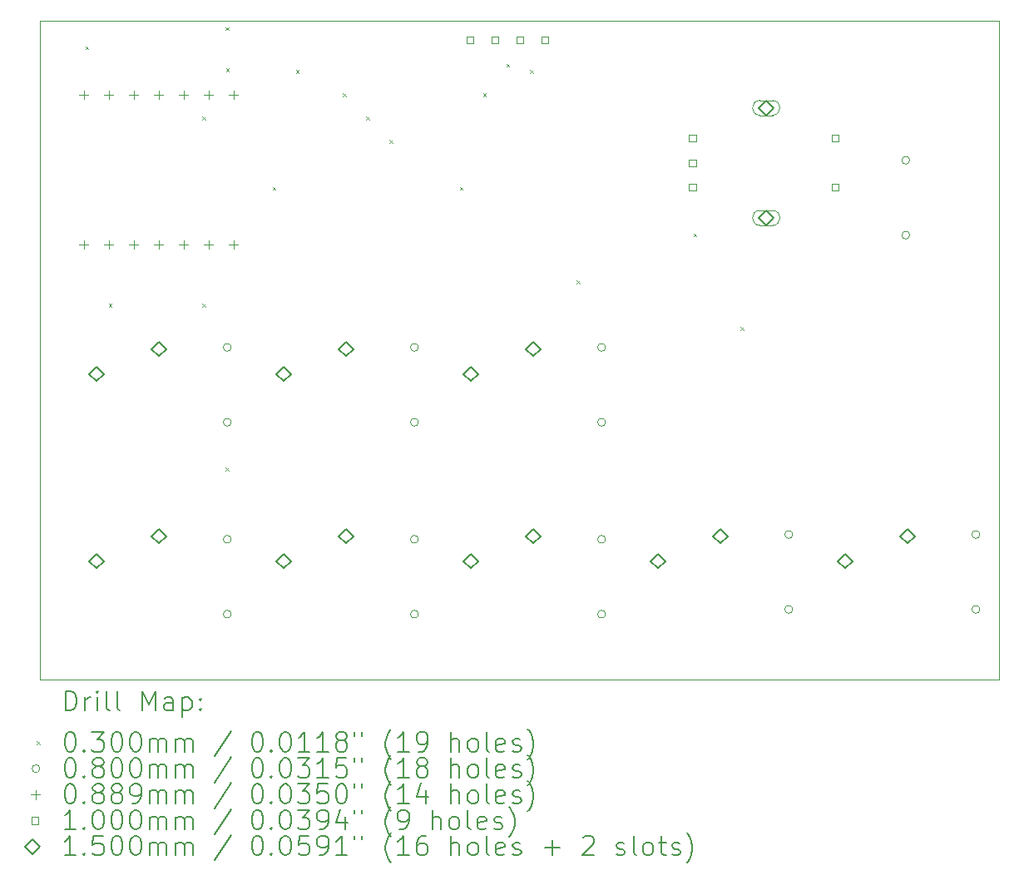
<source format=gbr>
%TF.GenerationSoftware,KiCad,Pcbnew,8.0.8*%
%TF.CreationDate,2025-02-05T05:45:38+05:30*%
%TF.ProjectId,B-Deck,422d4465-636b-42e6-9b69-6361645f7063,rev?*%
%TF.SameCoordinates,Original*%
%TF.FileFunction,Drillmap*%
%TF.FilePolarity,Positive*%
%FSLAX45Y45*%
G04 Gerber Fmt 4.5, Leading zero omitted, Abs format (unit mm)*
G04 Created by KiCad (PCBNEW 8.0.8) date 2025-02-05 05:45:38*
%MOMM*%
%LPD*%
G01*
G04 APERTURE LIST*
%ADD10C,0.050000*%
%ADD11C,0.200000*%
%ADD12C,0.100000*%
%ADD13C,0.150000*%
G04 APERTURE END LIST*
D10*
X8810000Y-5104750D02*
X18573125Y-5104750D01*
X18573125Y-11810375D01*
X8810000Y-11810375D01*
X8810000Y-5104750D01*
D11*
D12*
X9271250Y-5366000D02*
X9301250Y-5396000D01*
X9301250Y-5366000D02*
X9271250Y-5396000D01*
X9509375Y-7985375D02*
X9539375Y-8015375D01*
X9539375Y-7985375D02*
X9509375Y-8015375D01*
X10461875Y-6080375D02*
X10491875Y-6110375D01*
X10491875Y-6080375D02*
X10461875Y-6110375D01*
X10461875Y-7985375D02*
X10491875Y-8015375D01*
X10491875Y-7985375D02*
X10461875Y-8015375D01*
X10700000Y-5169750D02*
X10730000Y-5199750D01*
X10730000Y-5169750D02*
X10700000Y-5199750D01*
X10700000Y-9652250D02*
X10730000Y-9682250D01*
X10730000Y-9652250D02*
X10700000Y-9682250D01*
X10703571Y-5587150D02*
X10733571Y-5617150D01*
X10733571Y-5587150D02*
X10703571Y-5617150D01*
X11176250Y-6794750D02*
X11206250Y-6824750D01*
X11206250Y-6794750D02*
X11176250Y-6824750D01*
X11414375Y-5604125D02*
X11444375Y-5634125D01*
X11444375Y-5604125D02*
X11414375Y-5634125D01*
X11890625Y-5842250D02*
X11920625Y-5872250D01*
X11920625Y-5842250D02*
X11890625Y-5872250D01*
X12128750Y-6080375D02*
X12158750Y-6110375D01*
X12158750Y-6080375D02*
X12128750Y-6110375D01*
X12366875Y-6318500D02*
X12396875Y-6348500D01*
X12396875Y-6318500D02*
X12366875Y-6348500D01*
X13081250Y-6794750D02*
X13111250Y-6824750D01*
X13111250Y-6794750D02*
X13081250Y-6824750D01*
X13319375Y-5842250D02*
X13349375Y-5872250D01*
X13349375Y-5842250D02*
X13319375Y-5872250D01*
X13557500Y-5544125D02*
X13587500Y-5574125D01*
X13587500Y-5544125D02*
X13557500Y-5574125D01*
X13795625Y-5604125D02*
X13825625Y-5634125D01*
X13825625Y-5604125D02*
X13795625Y-5634125D01*
X14271875Y-7747250D02*
X14301875Y-7777250D01*
X14301875Y-7747250D02*
X14271875Y-7777250D01*
X15462500Y-7271000D02*
X15492500Y-7301000D01*
X15492500Y-7271000D02*
X15462500Y-7301000D01*
X15938750Y-8223500D02*
X15968750Y-8253500D01*
X15968750Y-8223500D02*
X15938750Y-8253500D01*
X10755000Y-8429000D02*
G75*
G02*
X10675000Y-8429000I-40000J0D01*
G01*
X10675000Y-8429000D02*
G75*
G02*
X10755000Y-8429000I40000J0D01*
G01*
X10755000Y-9191000D02*
G75*
G02*
X10675000Y-9191000I-40000J0D01*
G01*
X10675000Y-9191000D02*
G75*
G02*
X10755000Y-9191000I40000J0D01*
G01*
X10755000Y-10381625D02*
G75*
G02*
X10675000Y-10381625I-40000J0D01*
G01*
X10675000Y-10381625D02*
G75*
G02*
X10755000Y-10381625I40000J0D01*
G01*
X10755000Y-11143625D02*
G75*
G02*
X10675000Y-11143625I-40000J0D01*
G01*
X10675000Y-11143625D02*
G75*
G02*
X10755000Y-11143625I40000J0D01*
G01*
X12660000Y-8429000D02*
G75*
G02*
X12580000Y-8429000I-40000J0D01*
G01*
X12580000Y-8429000D02*
G75*
G02*
X12660000Y-8429000I40000J0D01*
G01*
X12660000Y-9191000D02*
G75*
G02*
X12580000Y-9191000I-40000J0D01*
G01*
X12580000Y-9191000D02*
G75*
G02*
X12660000Y-9191000I40000J0D01*
G01*
X12660000Y-10381625D02*
G75*
G02*
X12580000Y-10381625I-40000J0D01*
G01*
X12580000Y-10381625D02*
G75*
G02*
X12660000Y-10381625I40000J0D01*
G01*
X12660000Y-11143625D02*
G75*
G02*
X12580000Y-11143625I-40000J0D01*
G01*
X12580000Y-11143625D02*
G75*
G02*
X12660000Y-11143625I40000J0D01*
G01*
X14565000Y-8429000D02*
G75*
G02*
X14485000Y-8429000I-40000J0D01*
G01*
X14485000Y-8429000D02*
G75*
G02*
X14565000Y-8429000I40000J0D01*
G01*
X14565000Y-9191000D02*
G75*
G02*
X14485000Y-9191000I-40000J0D01*
G01*
X14485000Y-9191000D02*
G75*
G02*
X14565000Y-9191000I40000J0D01*
G01*
X14565000Y-10381625D02*
G75*
G02*
X14485000Y-10381625I-40000J0D01*
G01*
X14485000Y-10381625D02*
G75*
G02*
X14565000Y-10381625I40000J0D01*
G01*
X14565000Y-11143625D02*
G75*
G02*
X14485000Y-11143625I-40000J0D01*
G01*
X14485000Y-11143625D02*
G75*
G02*
X14565000Y-11143625I40000J0D01*
G01*
X16470000Y-10334000D02*
G75*
G02*
X16390000Y-10334000I-40000J0D01*
G01*
X16390000Y-10334000D02*
G75*
G02*
X16470000Y-10334000I40000J0D01*
G01*
X16470000Y-11096000D02*
G75*
G02*
X16390000Y-11096000I-40000J0D01*
G01*
X16390000Y-11096000D02*
G75*
G02*
X16470000Y-11096000I40000J0D01*
G01*
X17660625Y-6524000D02*
G75*
G02*
X17580625Y-6524000I-40000J0D01*
G01*
X17580625Y-6524000D02*
G75*
G02*
X17660625Y-6524000I40000J0D01*
G01*
X17660625Y-7286000D02*
G75*
G02*
X17580625Y-7286000I-40000J0D01*
G01*
X17580625Y-7286000D02*
G75*
G02*
X17660625Y-7286000I40000J0D01*
G01*
X18375000Y-10334000D02*
G75*
G02*
X18295000Y-10334000I-40000J0D01*
G01*
X18295000Y-10334000D02*
G75*
G02*
X18375000Y-10334000I40000J0D01*
G01*
X18375000Y-11096000D02*
G75*
G02*
X18295000Y-11096000I-40000J0D01*
G01*
X18295000Y-11096000D02*
G75*
G02*
X18375000Y-11096000I40000J0D01*
G01*
X9254500Y-5812800D02*
X9254500Y-5901700D01*
X9210050Y-5857250D02*
X9298950Y-5857250D01*
X9254500Y-7336800D02*
X9254500Y-7425700D01*
X9210050Y-7381250D02*
X9298950Y-7381250D01*
X9508500Y-5812800D02*
X9508500Y-5901700D01*
X9464050Y-5857250D02*
X9552950Y-5857250D01*
X9508500Y-7336800D02*
X9508500Y-7425700D01*
X9464050Y-7381250D02*
X9552950Y-7381250D01*
X9762500Y-5812800D02*
X9762500Y-5901700D01*
X9718050Y-5857250D02*
X9806950Y-5857250D01*
X9762500Y-7336800D02*
X9762500Y-7425700D01*
X9718050Y-7381250D02*
X9806950Y-7381250D01*
X10016500Y-5812800D02*
X10016500Y-5901700D01*
X9972050Y-5857250D02*
X10060950Y-5857250D01*
X10016500Y-7336800D02*
X10016500Y-7425700D01*
X9972050Y-7381250D02*
X10060950Y-7381250D01*
X10270500Y-5812800D02*
X10270500Y-5901700D01*
X10226050Y-5857250D02*
X10314950Y-5857250D01*
X10270500Y-7336800D02*
X10270500Y-7425700D01*
X10226050Y-7381250D02*
X10314950Y-7381250D01*
X10524500Y-5812800D02*
X10524500Y-5901700D01*
X10480050Y-5857250D02*
X10568950Y-5857250D01*
X10524500Y-7336800D02*
X10524500Y-7425700D01*
X10480050Y-7381250D02*
X10568950Y-7381250D01*
X10778500Y-5812800D02*
X10778500Y-5901700D01*
X10734050Y-5857250D02*
X10822950Y-5857250D01*
X10778500Y-7336800D02*
X10778500Y-7425700D01*
X10734050Y-7381250D02*
X10822950Y-7381250D01*
X13218918Y-5335731D02*
X13218918Y-5265019D01*
X13148207Y-5265019D01*
X13148207Y-5335731D01*
X13218918Y-5335731D01*
X13472918Y-5335731D02*
X13472918Y-5265019D01*
X13402207Y-5265019D01*
X13402207Y-5335731D01*
X13472918Y-5335731D01*
X13726918Y-5335731D02*
X13726918Y-5265019D01*
X13656207Y-5265019D01*
X13656207Y-5335731D01*
X13726918Y-5335731D01*
X13980918Y-5335731D02*
X13980918Y-5265019D01*
X13910207Y-5265019D01*
X13910207Y-5335731D01*
X13980918Y-5335731D01*
X15485981Y-6335731D02*
X15485981Y-6265019D01*
X15415269Y-6265019D01*
X15415269Y-6335731D01*
X15485981Y-6335731D01*
X15485981Y-6585731D02*
X15485981Y-6515019D01*
X15415269Y-6515019D01*
X15415269Y-6585731D01*
X15485981Y-6585731D01*
X15485981Y-6835731D02*
X15485981Y-6765019D01*
X15415269Y-6765019D01*
X15415269Y-6835731D01*
X15485981Y-6835731D01*
X16935981Y-6335731D02*
X16935981Y-6265019D01*
X16865269Y-6265019D01*
X16865269Y-6335731D01*
X16935981Y-6335731D01*
X16935981Y-6835731D02*
X16935981Y-6765019D01*
X16865269Y-6765019D01*
X16865269Y-6835731D01*
X16935981Y-6835731D01*
D13*
X9381500Y-8773875D02*
X9456500Y-8698875D01*
X9381500Y-8623875D01*
X9306500Y-8698875D01*
X9381500Y-8773875D01*
X9381500Y-10678875D02*
X9456500Y-10603875D01*
X9381500Y-10528875D01*
X9306500Y-10603875D01*
X9381500Y-10678875D01*
X10016500Y-8519875D02*
X10091500Y-8444875D01*
X10016500Y-8369875D01*
X9941500Y-8444875D01*
X10016500Y-8519875D01*
X10016500Y-10424875D02*
X10091500Y-10349875D01*
X10016500Y-10274875D01*
X9941500Y-10349875D01*
X10016500Y-10424875D01*
X11286500Y-8773875D02*
X11361500Y-8698875D01*
X11286500Y-8623875D01*
X11211500Y-8698875D01*
X11286500Y-8773875D01*
X11286500Y-10678875D02*
X11361500Y-10603875D01*
X11286500Y-10528875D01*
X11211500Y-10603875D01*
X11286500Y-10678875D01*
X11921500Y-8519875D02*
X11996500Y-8444875D01*
X11921500Y-8369875D01*
X11846500Y-8444875D01*
X11921500Y-8519875D01*
X11921500Y-10424875D02*
X11996500Y-10349875D01*
X11921500Y-10274875D01*
X11846500Y-10349875D01*
X11921500Y-10424875D01*
X13191500Y-8773875D02*
X13266500Y-8698875D01*
X13191500Y-8623875D01*
X13116500Y-8698875D01*
X13191500Y-8773875D01*
X13191500Y-10678875D02*
X13266500Y-10603875D01*
X13191500Y-10528875D01*
X13116500Y-10603875D01*
X13191500Y-10678875D01*
X13826500Y-8519875D02*
X13901500Y-8444875D01*
X13826500Y-8369875D01*
X13751500Y-8444875D01*
X13826500Y-8519875D01*
X13826500Y-10424875D02*
X13901500Y-10349875D01*
X13826500Y-10274875D01*
X13751500Y-10349875D01*
X13826500Y-10424875D01*
X15096500Y-10678875D02*
X15171500Y-10603875D01*
X15096500Y-10528875D01*
X15021500Y-10603875D01*
X15096500Y-10678875D01*
X15731500Y-10424875D02*
X15806500Y-10349875D01*
X15731500Y-10274875D01*
X15656500Y-10349875D01*
X15731500Y-10424875D01*
X16200625Y-6065375D02*
X16275625Y-5990375D01*
X16200625Y-5915375D01*
X16125625Y-5990375D01*
X16200625Y-6065375D01*
D12*
X16135625Y-6065375D02*
X16265625Y-6065375D01*
X16265625Y-5915375D02*
G75*
G02*
X16265625Y-6065375I0J-75000D01*
G01*
X16265625Y-5915375D02*
X16135625Y-5915375D01*
X16135625Y-5915375D02*
G75*
G03*
X16135625Y-6065375I0J-75000D01*
G01*
D13*
X16200625Y-7185375D02*
X16275625Y-7110375D01*
X16200625Y-7035375D01*
X16125625Y-7110375D01*
X16200625Y-7185375D01*
D12*
X16135625Y-7185375D02*
X16265625Y-7185375D01*
X16265625Y-7035375D02*
G75*
G02*
X16265625Y-7185375I0J-75000D01*
G01*
X16265625Y-7035375D02*
X16135625Y-7035375D01*
X16135625Y-7035375D02*
G75*
G03*
X16135625Y-7185375I0J-75000D01*
G01*
D13*
X17001500Y-10678875D02*
X17076500Y-10603875D01*
X17001500Y-10528875D01*
X16926500Y-10603875D01*
X17001500Y-10678875D01*
X17636500Y-10424875D02*
X17711500Y-10349875D01*
X17636500Y-10274875D01*
X17561500Y-10349875D01*
X17636500Y-10424875D01*
D11*
X9068277Y-12124359D02*
X9068277Y-11924359D01*
X9068277Y-11924359D02*
X9115896Y-11924359D01*
X9115896Y-11924359D02*
X9144467Y-11933883D01*
X9144467Y-11933883D02*
X9163515Y-11952930D01*
X9163515Y-11952930D02*
X9173039Y-11971978D01*
X9173039Y-11971978D02*
X9182563Y-12010073D01*
X9182563Y-12010073D02*
X9182563Y-12038644D01*
X9182563Y-12038644D02*
X9173039Y-12076740D01*
X9173039Y-12076740D02*
X9163515Y-12095787D01*
X9163515Y-12095787D02*
X9144467Y-12114835D01*
X9144467Y-12114835D02*
X9115896Y-12124359D01*
X9115896Y-12124359D02*
X9068277Y-12124359D01*
X9268277Y-12124359D02*
X9268277Y-11991025D01*
X9268277Y-12029121D02*
X9277801Y-12010073D01*
X9277801Y-12010073D02*
X9287324Y-12000549D01*
X9287324Y-12000549D02*
X9306372Y-11991025D01*
X9306372Y-11991025D02*
X9325420Y-11991025D01*
X9392086Y-12124359D02*
X9392086Y-11991025D01*
X9392086Y-11924359D02*
X9382563Y-11933883D01*
X9382563Y-11933883D02*
X9392086Y-11943406D01*
X9392086Y-11943406D02*
X9401610Y-11933883D01*
X9401610Y-11933883D02*
X9392086Y-11924359D01*
X9392086Y-11924359D02*
X9392086Y-11943406D01*
X9515896Y-12124359D02*
X9496848Y-12114835D01*
X9496848Y-12114835D02*
X9487324Y-12095787D01*
X9487324Y-12095787D02*
X9487324Y-11924359D01*
X9620658Y-12124359D02*
X9601610Y-12114835D01*
X9601610Y-12114835D02*
X9592086Y-12095787D01*
X9592086Y-12095787D02*
X9592086Y-11924359D01*
X9849229Y-12124359D02*
X9849229Y-11924359D01*
X9849229Y-11924359D02*
X9915896Y-12067216D01*
X9915896Y-12067216D02*
X9982563Y-11924359D01*
X9982563Y-11924359D02*
X9982563Y-12124359D01*
X10163515Y-12124359D02*
X10163515Y-12019597D01*
X10163515Y-12019597D02*
X10153991Y-12000549D01*
X10153991Y-12000549D02*
X10134944Y-11991025D01*
X10134944Y-11991025D02*
X10096848Y-11991025D01*
X10096848Y-11991025D02*
X10077801Y-12000549D01*
X10163515Y-12114835D02*
X10144467Y-12124359D01*
X10144467Y-12124359D02*
X10096848Y-12124359D01*
X10096848Y-12124359D02*
X10077801Y-12114835D01*
X10077801Y-12114835D02*
X10068277Y-12095787D01*
X10068277Y-12095787D02*
X10068277Y-12076740D01*
X10068277Y-12076740D02*
X10077801Y-12057692D01*
X10077801Y-12057692D02*
X10096848Y-12048168D01*
X10096848Y-12048168D02*
X10144467Y-12048168D01*
X10144467Y-12048168D02*
X10163515Y-12038644D01*
X10258753Y-11991025D02*
X10258753Y-12191025D01*
X10258753Y-12000549D02*
X10277801Y-11991025D01*
X10277801Y-11991025D02*
X10315896Y-11991025D01*
X10315896Y-11991025D02*
X10334944Y-12000549D01*
X10334944Y-12000549D02*
X10344467Y-12010073D01*
X10344467Y-12010073D02*
X10353991Y-12029121D01*
X10353991Y-12029121D02*
X10353991Y-12086263D01*
X10353991Y-12086263D02*
X10344467Y-12105311D01*
X10344467Y-12105311D02*
X10334944Y-12114835D01*
X10334944Y-12114835D02*
X10315896Y-12124359D01*
X10315896Y-12124359D02*
X10277801Y-12124359D01*
X10277801Y-12124359D02*
X10258753Y-12114835D01*
X10439705Y-12105311D02*
X10449229Y-12114835D01*
X10449229Y-12114835D02*
X10439705Y-12124359D01*
X10439705Y-12124359D02*
X10430182Y-12114835D01*
X10430182Y-12114835D02*
X10439705Y-12105311D01*
X10439705Y-12105311D02*
X10439705Y-12124359D01*
X10439705Y-12000549D02*
X10449229Y-12010073D01*
X10449229Y-12010073D02*
X10439705Y-12019597D01*
X10439705Y-12019597D02*
X10430182Y-12010073D01*
X10430182Y-12010073D02*
X10439705Y-12000549D01*
X10439705Y-12000549D02*
X10439705Y-12019597D01*
D12*
X8777500Y-12437875D02*
X8807500Y-12467875D01*
X8807500Y-12437875D02*
X8777500Y-12467875D01*
D11*
X9106372Y-12344359D02*
X9125420Y-12344359D01*
X9125420Y-12344359D02*
X9144467Y-12353883D01*
X9144467Y-12353883D02*
X9153991Y-12363406D01*
X9153991Y-12363406D02*
X9163515Y-12382454D01*
X9163515Y-12382454D02*
X9173039Y-12420549D01*
X9173039Y-12420549D02*
X9173039Y-12468168D01*
X9173039Y-12468168D02*
X9163515Y-12506263D01*
X9163515Y-12506263D02*
X9153991Y-12525311D01*
X9153991Y-12525311D02*
X9144467Y-12534835D01*
X9144467Y-12534835D02*
X9125420Y-12544359D01*
X9125420Y-12544359D02*
X9106372Y-12544359D01*
X9106372Y-12544359D02*
X9087324Y-12534835D01*
X9087324Y-12534835D02*
X9077801Y-12525311D01*
X9077801Y-12525311D02*
X9068277Y-12506263D01*
X9068277Y-12506263D02*
X9058753Y-12468168D01*
X9058753Y-12468168D02*
X9058753Y-12420549D01*
X9058753Y-12420549D02*
X9068277Y-12382454D01*
X9068277Y-12382454D02*
X9077801Y-12363406D01*
X9077801Y-12363406D02*
X9087324Y-12353883D01*
X9087324Y-12353883D02*
X9106372Y-12344359D01*
X9258753Y-12525311D02*
X9268277Y-12534835D01*
X9268277Y-12534835D02*
X9258753Y-12544359D01*
X9258753Y-12544359D02*
X9249229Y-12534835D01*
X9249229Y-12534835D02*
X9258753Y-12525311D01*
X9258753Y-12525311D02*
X9258753Y-12544359D01*
X9334944Y-12344359D02*
X9458753Y-12344359D01*
X9458753Y-12344359D02*
X9392086Y-12420549D01*
X9392086Y-12420549D02*
X9420658Y-12420549D01*
X9420658Y-12420549D02*
X9439705Y-12430073D01*
X9439705Y-12430073D02*
X9449229Y-12439597D01*
X9449229Y-12439597D02*
X9458753Y-12458644D01*
X9458753Y-12458644D02*
X9458753Y-12506263D01*
X9458753Y-12506263D02*
X9449229Y-12525311D01*
X9449229Y-12525311D02*
X9439705Y-12534835D01*
X9439705Y-12534835D02*
X9420658Y-12544359D01*
X9420658Y-12544359D02*
X9363515Y-12544359D01*
X9363515Y-12544359D02*
X9344467Y-12534835D01*
X9344467Y-12534835D02*
X9334944Y-12525311D01*
X9582563Y-12344359D02*
X9601610Y-12344359D01*
X9601610Y-12344359D02*
X9620658Y-12353883D01*
X9620658Y-12353883D02*
X9630182Y-12363406D01*
X9630182Y-12363406D02*
X9639705Y-12382454D01*
X9639705Y-12382454D02*
X9649229Y-12420549D01*
X9649229Y-12420549D02*
X9649229Y-12468168D01*
X9649229Y-12468168D02*
X9639705Y-12506263D01*
X9639705Y-12506263D02*
X9630182Y-12525311D01*
X9630182Y-12525311D02*
X9620658Y-12534835D01*
X9620658Y-12534835D02*
X9601610Y-12544359D01*
X9601610Y-12544359D02*
X9582563Y-12544359D01*
X9582563Y-12544359D02*
X9563515Y-12534835D01*
X9563515Y-12534835D02*
X9553991Y-12525311D01*
X9553991Y-12525311D02*
X9544467Y-12506263D01*
X9544467Y-12506263D02*
X9534944Y-12468168D01*
X9534944Y-12468168D02*
X9534944Y-12420549D01*
X9534944Y-12420549D02*
X9544467Y-12382454D01*
X9544467Y-12382454D02*
X9553991Y-12363406D01*
X9553991Y-12363406D02*
X9563515Y-12353883D01*
X9563515Y-12353883D02*
X9582563Y-12344359D01*
X9773039Y-12344359D02*
X9792086Y-12344359D01*
X9792086Y-12344359D02*
X9811134Y-12353883D01*
X9811134Y-12353883D02*
X9820658Y-12363406D01*
X9820658Y-12363406D02*
X9830182Y-12382454D01*
X9830182Y-12382454D02*
X9839705Y-12420549D01*
X9839705Y-12420549D02*
X9839705Y-12468168D01*
X9839705Y-12468168D02*
X9830182Y-12506263D01*
X9830182Y-12506263D02*
X9820658Y-12525311D01*
X9820658Y-12525311D02*
X9811134Y-12534835D01*
X9811134Y-12534835D02*
X9792086Y-12544359D01*
X9792086Y-12544359D02*
X9773039Y-12544359D01*
X9773039Y-12544359D02*
X9753991Y-12534835D01*
X9753991Y-12534835D02*
X9744467Y-12525311D01*
X9744467Y-12525311D02*
X9734944Y-12506263D01*
X9734944Y-12506263D02*
X9725420Y-12468168D01*
X9725420Y-12468168D02*
X9725420Y-12420549D01*
X9725420Y-12420549D02*
X9734944Y-12382454D01*
X9734944Y-12382454D02*
X9744467Y-12363406D01*
X9744467Y-12363406D02*
X9753991Y-12353883D01*
X9753991Y-12353883D02*
X9773039Y-12344359D01*
X9925420Y-12544359D02*
X9925420Y-12411025D01*
X9925420Y-12430073D02*
X9934944Y-12420549D01*
X9934944Y-12420549D02*
X9953991Y-12411025D01*
X9953991Y-12411025D02*
X9982563Y-12411025D01*
X9982563Y-12411025D02*
X10001610Y-12420549D01*
X10001610Y-12420549D02*
X10011134Y-12439597D01*
X10011134Y-12439597D02*
X10011134Y-12544359D01*
X10011134Y-12439597D02*
X10020658Y-12420549D01*
X10020658Y-12420549D02*
X10039705Y-12411025D01*
X10039705Y-12411025D02*
X10068277Y-12411025D01*
X10068277Y-12411025D02*
X10087325Y-12420549D01*
X10087325Y-12420549D02*
X10096848Y-12439597D01*
X10096848Y-12439597D02*
X10096848Y-12544359D01*
X10192086Y-12544359D02*
X10192086Y-12411025D01*
X10192086Y-12430073D02*
X10201610Y-12420549D01*
X10201610Y-12420549D02*
X10220658Y-12411025D01*
X10220658Y-12411025D02*
X10249229Y-12411025D01*
X10249229Y-12411025D02*
X10268277Y-12420549D01*
X10268277Y-12420549D02*
X10277801Y-12439597D01*
X10277801Y-12439597D02*
X10277801Y-12544359D01*
X10277801Y-12439597D02*
X10287325Y-12420549D01*
X10287325Y-12420549D02*
X10306372Y-12411025D01*
X10306372Y-12411025D02*
X10334944Y-12411025D01*
X10334944Y-12411025D02*
X10353991Y-12420549D01*
X10353991Y-12420549D02*
X10363515Y-12439597D01*
X10363515Y-12439597D02*
X10363515Y-12544359D01*
X10753991Y-12334835D02*
X10582563Y-12591978D01*
X11011134Y-12344359D02*
X11030182Y-12344359D01*
X11030182Y-12344359D02*
X11049229Y-12353883D01*
X11049229Y-12353883D02*
X11058753Y-12363406D01*
X11058753Y-12363406D02*
X11068277Y-12382454D01*
X11068277Y-12382454D02*
X11077801Y-12420549D01*
X11077801Y-12420549D02*
X11077801Y-12468168D01*
X11077801Y-12468168D02*
X11068277Y-12506263D01*
X11068277Y-12506263D02*
X11058753Y-12525311D01*
X11058753Y-12525311D02*
X11049229Y-12534835D01*
X11049229Y-12534835D02*
X11030182Y-12544359D01*
X11030182Y-12544359D02*
X11011134Y-12544359D01*
X11011134Y-12544359D02*
X10992087Y-12534835D01*
X10992087Y-12534835D02*
X10982563Y-12525311D01*
X10982563Y-12525311D02*
X10973039Y-12506263D01*
X10973039Y-12506263D02*
X10963515Y-12468168D01*
X10963515Y-12468168D02*
X10963515Y-12420549D01*
X10963515Y-12420549D02*
X10973039Y-12382454D01*
X10973039Y-12382454D02*
X10982563Y-12363406D01*
X10982563Y-12363406D02*
X10992087Y-12353883D01*
X10992087Y-12353883D02*
X11011134Y-12344359D01*
X11163515Y-12525311D02*
X11173039Y-12534835D01*
X11173039Y-12534835D02*
X11163515Y-12544359D01*
X11163515Y-12544359D02*
X11153991Y-12534835D01*
X11153991Y-12534835D02*
X11163515Y-12525311D01*
X11163515Y-12525311D02*
X11163515Y-12544359D01*
X11296848Y-12344359D02*
X11315896Y-12344359D01*
X11315896Y-12344359D02*
X11334944Y-12353883D01*
X11334944Y-12353883D02*
X11344467Y-12363406D01*
X11344467Y-12363406D02*
X11353991Y-12382454D01*
X11353991Y-12382454D02*
X11363515Y-12420549D01*
X11363515Y-12420549D02*
X11363515Y-12468168D01*
X11363515Y-12468168D02*
X11353991Y-12506263D01*
X11353991Y-12506263D02*
X11344467Y-12525311D01*
X11344467Y-12525311D02*
X11334944Y-12534835D01*
X11334944Y-12534835D02*
X11315896Y-12544359D01*
X11315896Y-12544359D02*
X11296848Y-12544359D01*
X11296848Y-12544359D02*
X11277801Y-12534835D01*
X11277801Y-12534835D02*
X11268277Y-12525311D01*
X11268277Y-12525311D02*
X11258753Y-12506263D01*
X11258753Y-12506263D02*
X11249229Y-12468168D01*
X11249229Y-12468168D02*
X11249229Y-12420549D01*
X11249229Y-12420549D02*
X11258753Y-12382454D01*
X11258753Y-12382454D02*
X11268277Y-12363406D01*
X11268277Y-12363406D02*
X11277801Y-12353883D01*
X11277801Y-12353883D02*
X11296848Y-12344359D01*
X11553991Y-12544359D02*
X11439706Y-12544359D01*
X11496848Y-12544359D02*
X11496848Y-12344359D01*
X11496848Y-12344359D02*
X11477801Y-12372930D01*
X11477801Y-12372930D02*
X11458753Y-12391978D01*
X11458753Y-12391978D02*
X11439706Y-12401502D01*
X11744467Y-12544359D02*
X11630182Y-12544359D01*
X11687325Y-12544359D02*
X11687325Y-12344359D01*
X11687325Y-12344359D02*
X11668277Y-12372930D01*
X11668277Y-12372930D02*
X11649229Y-12391978D01*
X11649229Y-12391978D02*
X11630182Y-12401502D01*
X11858753Y-12430073D02*
X11839706Y-12420549D01*
X11839706Y-12420549D02*
X11830182Y-12411025D01*
X11830182Y-12411025D02*
X11820658Y-12391978D01*
X11820658Y-12391978D02*
X11820658Y-12382454D01*
X11820658Y-12382454D02*
X11830182Y-12363406D01*
X11830182Y-12363406D02*
X11839706Y-12353883D01*
X11839706Y-12353883D02*
X11858753Y-12344359D01*
X11858753Y-12344359D02*
X11896848Y-12344359D01*
X11896848Y-12344359D02*
X11915896Y-12353883D01*
X11915896Y-12353883D02*
X11925420Y-12363406D01*
X11925420Y-12363406D02*
X11934944Y-12382454D01*
X11934944Y-12382454D02*
X11934944Y-12391978D01*
X11934944Y-12391978D02*
X11925420Y-12411025D01*
X11925420Y-12411025D02*
X11915896Y-12420549D01*
X11915896Y-12420549D02*
X11896848Y-12430073D01*
X11896848Y-12430073D02*
X11858753Y-12430073D01*
X11858753Y-12430073D02*
X11839706Y-12439597D01*
X11839706Y-12439597D02*
X11830182Y-12449121D01*
X11830182Y-12449121D02*
X11820658Y-12468168D01*
X11820658Y-12468168D02*
X11820658Y-12506263D01*
X11820658Y-12506263D02*
X11830182Y-12525311D01*
X11830182Y-12525311D02*
X11839706Y-12534835D01*
X11839706Y-12534835D02*
X11858753Y-12544359D01*
X11858753Y-12544359D02*
X11896848Y-12544359D01*
X11896848Y-12544359D02*
X11915896Y-12534835D01*
X11915896Y-12534835D02*
X11925420Y-12525311D01*
X11925420Y-12525311D02*
X11934944Y-12506263D01*
X11934944Y-12506263D02*
X11934944Y-12468168D01*
X11934944Y-12468168D02*
X11925420Y-12449121D01*
X11925420Y-12449121D02*
X11915896Y-12439597D01*
X11915896Y-12439597D02*
X11896848Y-12430073D01*
X12011134Y-12344359D02*
X12011134Y-12382454D01*
X12087325Y-12344359D02*
X12087325Y-12382454D01*
X12382563Y-12620549D02*
X12373039Y-12611025D01*
X12373039Y-12611025D02*
X12353991Y-12582454D01*
X12353991Y-12582454D02*
X12344468Y-12563406D01*
X12344468Y-12563406D02*
X12334944Y-12534835D01*
X12334944Y-12534835D02*
X12325420Y-12487216D01*
X12325420Y-12487216D02*
X12325420Y-12449121D01*
X12325420Y-12449121D02*
X12334944Y-12401502D01*
X12334944Y-12401502D02*
X12344468Y-12372930D01*
X12344468Y-12372930D02*
X12353991Y-12353883D01*
X12353991Y-12353883D02*
X12373039Y-12325311D01*
X12373039Y-12325311D02*
X12382563Y-12315787D01*
X12563515Y-12544359D02*
X12449229Y-12544359D01*
X12506372Y-12544359D02*
X12506372Y-12344359D01*
X12506372Y-12344359D02*
X12487325Y-12372930D01*
X12487325Y-12372930D02*
X12468277Y-12391978D01*
X12468277Y-12391978D02*
X12449229Y-12401502D01*
X12658753Y-12544359D02*
X12696848Y-12544359D01*
X12696848Y-12544359D02*
X12715896Y-12534835D01*
X12715896Y-12534835D02*
X12725420Y-12525311D01*
X12725420Y-12525311D02*
X12744468Y-12496740D01*
X12744468Y-12496740D02*
X12753991Y-12458644D01*
X12753991Y-12458644D02*
X12753991Y-12382454D01*
X12753991Y-12382454D02*
X12744468Y-12363406D01*
X12744468Y-12363406D02*
X12734944Y-12353883D01*
X12734944Y-12353883D02*
X12715896Y-12344359D01*
X12715896Y-12344359D02*
X12677801Y-12344359D01*
X12677801Y-12344359D02*
X12658753Y-12353883D01*
X12658753Y-12353883D02*
X12649229Y-12363406D01*
X12649229Y-12363406D02*
X12639706Y-12382454D01*
X12639706Y-12382454D02*
X12639706Y-12430073D01*
X12639706Y-12430073D02*
X12649229Y-12449121D01*
X12649229Y-12449121D02*
X12658753Y-12458644D01*
X12658753Y-12458644D02*
X12677801Y-12468168D01*
X12677801Y-12468168D02*
X12715896Y-12468168D01*
X12715896Y-12468168D02*
X12734944Y-12458644D01*
X12734944Y-12458644D02*
X12744468Y-12449121D01*
X12744468Y-12449121D02*
X12753991Y-12430073D01*
X12992087Y-12544359D02*
X12992087Y-12344359D01*
X13077801Y-12544359D02*
X13077801Y-12439597D01*
X13077801Y-12439597D02*
X13068277Y-12420549D01*
X13068277Y-12420549D02*
X13049230Y-12411025D01*
X13049230Y-12411025D02*
X13020658Y-12411025D01*
X13020658Y-12411025D02*
X13001610Y-12420549D01*
X13001610Y-12420549D02*
X12992087Y-12430073D01*
X13201610Y-12544359D02*
X13182563Y-12534835D01*
X13182563Y-12534835D02*
X13173039Y-12525311D01*
X13173039Y-12525311D02*
X13163515Y-12506263D01*
X13163515Y-12506263D02*
X13163515Y-12449121D01*
X13163515Y-12449121D02*
X13173039Y-12430073D01*
X13173039Y-12430073D02*
X13182563Y-12420549D01*
X13182563Y-12420549D02*
X13201610Y-12411025D01*
X13201610Y-12411025D02*
X13230182Y-12411025D01*
X13230182Y-12411025D02*
X13249230Y-12420549D01*
X13249230Y-12420549D02*
X13258753Y-12430073D01*
X13258753Y-12430073D02*
X13268277Y-12449121D01*
X13268277Y-12449121D02*
X13268277Y-12506263D01*
X13268277Y-12506263D02*
X13258753Y-12525311D01*
X13258753Y-12525311D02*
X13249230Y-12534835D01*
X13249230Y-12534835D02*
X13230182Y-12544359D01*
X13230182Y-12544359D02*
X13201610Y-12544359D01*
X13382563Y-12544359D02*
X13363515Y-12534835D01*
X13363515Y-12534835D02*
X13353991Y-12515787D01*
X13353991Y-12515787D02*
X13353991Y-12344359D01*
X13534944Y-12534835D02*
X13515896Y-12544359D01*
X13515896Y-12544359D02*
X13477801Y-12544359D01*
X13477801Y-12544359D02*
X13458753Y-12534835D01*
X13458753Y-12534835D02*
X13449230Y-12515787D01*
X13449230Y-12515787D02*
X13449230Y-12439597D01*
X13449230Y-12439597D02*
X13458753Y-12420549D01*
X13458753Y-12420549D02*
X13477801Y-12411025D01*
X13477801Y-12411025D02*
X13515896Y-12411025D01*
X13515896Y-12411025D02*
X13534944Y-12420549D01*
X13534944Y-12420549D02*
X13544468Y-12439597D01*
X13544468Y-12439597D02*
X13544468Y-12458644D01*
X13544468Y-12458644D02*
X13449230Y-12477692D01*
X13620658Y-12534835D02*
X13639706Y-12544359D01*
X13639706Y-12544359D02*
X13677801Y-12544359D01*
X13677801Y-12544359D02*
X13696849Y-12534835D01*
X13696849Y-12534835D02*
X13706372Y-12515787D01*
X13706372Y-12515787D02*
X13706372Y-12506263D01*
X13706372Y-12506263D02*
X13696849Y-12487216D01*
X13696849Y-12487216D02*
X13677801Y-12477692D01*
X13677801Y-12477692D02*
X13649230Y-12477692D01*
X13649230Y-12477692D02*
X13630182Y-12468168D01*
X13630182Y-12468168D02*
X13620658Y-12449121D01*
X13620658Y-12449121D02*
X13620658Y-12439597D01*
X13620658Y-12439597D02*
X13630182Y-12420549D01*
X13630182Y-12420549D02*
X13649230Y-12411025D01*
X13649230Y-12411025D02*
X13677801Y-12411025D01*
X13677801Y-12411025D02*
X13696849Y-12420549D01*
X13773039Y-12620549D02*
X13782563Y-12611025D01*
X13782563Y-12611025D02*
X13801611Y-12582454D01*
X13801611Y-12582454D02*
X13811134Y-12563406D01*
X13811134Y-12563406D02*
X13820658Y-12534835D01*
X13820658Y-12534835D02*
X13830182Y-12487216D01*
X13830182Y-12487216D02*
X13830182Y-12449121D01*
X13830182Y-12449121D02*
X13820658Y-12401502D01*
X13820658Y-12401502D02*
X13811134Y-12372930D01*
X13811134Y-12372930D02*
X13801611Y-12353883D01*
X13801611Y-12353883D02*
X13782563Y-12325311D01*
X13782563Y-12325311D02*
X13773039Y-12315787D01*
D12*
X8807500Y-12716875D02*
G75*
G02*
X8727500Y-12716875I-40000J0D01*
G01*
X8727500Y-12716875D02*
G75*
G02*
X8807500Y-12716875I40000J0D01*
G01*
D11*
X9106372Y-12608359D02*
X9125420Y-12608359D01*
X9125420Y-12608359D02*
X9144467Y-12617883D01*
X9144467Y-12617883D02*
X9153991Y-12627406D01*
X9153991Y-12627406D02*
X9163515Y-12646454D01*
X9163515Y-12646454D02*
X9173039Y-12684549D01*
X9173039Y-12684549D02*
X9173039Y-12732168D01*
X9173039Y-12732168D02*
X9163515Y-12770263D01*
X9163515Y-12770263D02*
X9153991Y-12789311D01*
X9153991Y-12789311D02*
X9144467Y-12798835D01*
X9144467Y-12798835D02*
X9125420Y-12808359D01*
X9125420Y-12808359D02*
X9106372Y-12808359D01*
X9106372Y-12808359D02*
X9087324Y-12798835D01*
X9087324Y-12798835D02*
X9077801Y-12789311D01*
X9077801Y-12789311D02*
X9068277Y-12770263D01*
X9068277Y-12770263D02*
X9058753Y-12732168D01*
X9058753Y-12732168D02*
X9058753Y-12684549D01*
X9058753Y-12684549D02*
X9068277Y-12646454D01*
X9068277Y-12646454D02*
X9077801Y-12627406D01*
X9077801Y-12627406D02*
X9087324Y-12617883D01*
X9087324Y-12617883D02*
X9106372Y-12608359D01*
X9258753Y-12789311D02*
X9268277Y-12798835D01*
X9268277Y-12798835D02*
X9258753Y-12808359D01*
X9258753Y-12808359D02*
X9249229Y-12798835D01*
X9249229Y-12798835D02*
X9258753Y-12789311D01*
X9258753Y-12789311D02*
X9258753Y-12808359D01*
X9382563Y-12694073D02*
X9363515Y-12684549D01*
X9363515Y-12684549D02*
X9353991Y-12675025D01*
X9353991Y-12675025D02*
X9344467Y-12655978D01*
X9344467Y-12655978D02*
X9344467Y-12646454D01*
X9344467Y-12646454D02*
X9353991Y-12627406D01*
X9353991Y-12627406D02*
X9363515Y-12617883D01*
X9363515Y-12617883D02*
X9382563Y-12608359D01*
X9382563Y-12608359D02*
X9420658Y-12608359D01*
X9420658Y-12608359D02*
X9439705Y-12617883D01*
X9439705Y-12617883D02*
X9449229Y-12627406D01*
X9449229Y-12627406D02*
X9458753Y-12646454D01*
X9458753Y-12646454D02*
X9458753Y-12655978D01*
X9458753Y-12655978D02*
X9449229Y-12675025D01*
X9449229Y-12675025D02*
X9439705Y-12684549D01*
X9439705Y-12684549D02*
X9420658Y-12694073D01*
X9420658Y-12694073D02*
X9382563Y-12694073D01*
X9382563Y-12694073D02*
X9363515Y-12703597D01*
X9363515Y-12703597D02*
X9353991Y-12713121D01*
X9353991Y-12713121D02*
X9344467Y-12732168D01*
X9344467Y-12732168D02*
X9344467Y-12770263D01*
X9344467Y-12770263D02*
X9353991Y-12789311D01*
X9353991Y-12789311D02*
X9363515Y-12798835D01*
X9363515Y-12798835D02*
X9382563Y-12808359D01*
X9382563Y-12808359D02*
X9420658Y-12808359D01*
X9420658Y-12808359D02*
X9439705Y-12798835D01*
X9439705Y-12798835D02*
X9449229Y-12789311D01*
X9449229Y-12789311D02*
X9458753Y-12770263D01*
X9458753Y-12770263D02*
X9458753Y-12732168D01*
X9458753Y-12732168D02*
X9449229Y-12713121D01*
X9449229Y-12713121D02*
X9439705Y-12703597D01*
X9439705Y-12703597D02*
X9420658Y-12694073D01*
X9582563Y-12608359D02*
X9601610Y-12608359D01*
X9601610Y-12608359D02*
X9620658Y-12617883D01*
X9620658Y-12617883D02*
X9630182Y-12627406D01*
X9630182Y-12627406D02*
X9639705Y-12646454D01*
X9639705Y-12646454D02*
X9649229Y-12684549D01*
X9649229Y-12684549D02*
X9649229Y-12732168D01*
X9649229Y-12732168D02*
X9639705Y-12770263D01*
X9639705Y-12770263D02*
X9630182Y-12789311D01*
X9630182Y-12789311D02*
X9620658Y-12798835D01*
X9620658Y-12798835D02*
X9601610Y-12808359D01*
X9601610Y-12808359D02*
X9582563Y-12808359D01*
X9582563Y-12808359D02*
X9563515Y-12798835D01*
X9563515Y-12798835D02*
X9553991Y-12789311D01*
X9553991Y-12789311D02*
X9544467Y-12770263D01*
X9544467Y-12770263D02*
X9534944Y-12732168D01*
X9534944Y-12732168D02*
X9534944Y-12684549D01*
X9534944Y-12684549D02*
X9544467Y-12646454D01*
X9544467Y-12646454D02*
X9553991Y-12627406D01*
X9553991Y-12627406D02*
X9563515Y-12617883D01*
X9563515Y-12617883D02*
X9582563Y-12608359D01*
X9773039Y-12608359D02*
X9792086Y-12608359D01*
X9792086Y-12608359D02*
X9811134Y-12617883D01*
X9811134Y-12617883D02*
X9820658Y-12627406D01*
X9820658Y-12627406D02*
X9830182Y-12646454D01*
X9830182Y-12646454D02*
X9839705Y-12684549D01*
X9839705Y-12684549D02*
X9839705Y-12732168D01*
X9839705Y-12732168D02*
X9830182Y-12770263D01*
X9830182Y-12770263D02*
X9820658Y-12789311D01*
X9820658Y-12789311D02*
X9811134Y-12798835D01*
X9811134Y-12798835D02*
X9792086Y-12808359D01*
X9792086Y-12808359D02*
X9773039Y-12808359D01*
X9773039Y-12808359D02*
X9753991Y-12798835D01*
X9753991Y-12798835D02*
X9744467Y-12789311D01*
X9744467Y-12789311D02*
X9734944Y-12770263D01*
X9734944Y-12770263D02*
X9725420Y-12732168D01*
X9725420Y-12732168D02*
X9725420Y-12684549D01*
X9725420Y-12684549D02*
X9734944Y-12646454D01*
X9734944Y-12646454D02*
X9744467Y-12627406D01*
X9744467Y-12627406D02*
X9753991Y-12617883D01*
X9753991Y-12617883D02*
X9773039Y-12608359D01*
X9925420Y-12808359D02*
X9925420Y-12675025D01*
X9925420Y-12694073D02*
X9934944Y-12684549D01*
X9934944Y-12684549D02*
X9953991Y-12675025D01*
X9953991Y-12675025D02*
X9982563Y-12675025D01*
X9982563Y-12675025D02*
X10001610Y-12684549D01*
X10001610Y-12684549D02*
X10011134Y-12703597D01*
X10011134Y-12703597D02*
X10011134Y-12808359D01*
X10011134Y-12703597D02*
X10020658Y-12684549D01*
X10020658Y-12684549D02*
X10039705Y-12675025D01*
X10039705Y-12675025D02*
X10068277Y-12675025D01*
X10068277Y-12675025D02*
X10087325Y-12684549D01*
X10087325Y-12684549D02*
X10096848Y-12703597D01*
X10096848Y-12703597D02*
X10096848Y-12808359D01*
X10192086Y-12808359D02*
X10192086Y-12675025D01*
X10192086Y-12694073D02*
X10201610Y-12684549D01*
X10201610Y-12684549D02*
X10220658Y-12675025D01*
X10220658Y-12675025D02*
X10249229Y-12675025D01*
X10249229Y-12675025D02*
X10268277Y-12684549D01*
X10268277Y-12684549D02*
X10277801Y-12703597D01*
X10277801Y-12703597D02*
X10277801Y-12808359D01*
X10277801Y-12703597D02*
X10287325Y-12684549D01*
X10287325Y-12684549D02*
X10306372Y-12675025D01*
X10306372Y-12675025D02*
X10334944Y-12675025D01*
X10334944Y-12675025D02*
X10353991Y-12684549D01*
X10353991Y-12684549D02*
X10363515Y-12703597D01*
X10363515Y-12703597D02*
X10363515Y-12808359D01*
X10753991Y-12598835D02*
X10582563Y-12855978D01*
X11011134Y-12608359D02*
X11030182Y-12608359D01*
X11030182Y-12608359D02*
X11049229Y-12617883D01*
X11049229Y-12617883D02*
X11058753Y-12627406D01*
X11058753Y-12627406D02*
X11068277Y-12646454D01*
X11068277Y-12646454D02*
X11077801Y-12684549D01*
X11077801Y-12684549D02*
X11077801Y-12732168D01*
X11077801Y-12732168D02*
X11068277Y-12770263D01*
X11068277Y-12770263D02*
X11058753Y-12789311D01*
X11058753Y-12789311D02*
X11049229Y-12798835D01*
X11049229Y-12798835D02*
X11030182Y-12808359D01*
X11030182Y-12808359D02*
X11011134Y-12808359D01*
X11011134Y-12808359D02*
X10992087Y-12798835D01*
X10992087Y-12798835D02*
X10982563Y-12789311D01*
X10982563Y-12789311D02*
X10973039Y-12770263D01*
X10973039Y-12770263D02*
X10963515Y-12732168D01*
X10963515Y-12732168D02*
X10963515Y-12684549D01*
X10963515Y-12684549D02*
X10973039Y-12646454D01*
X10973039Y-12646454D02*
X10982563Y-12627406D01*
X10982563Y-12627406D02*
X10992087Y-12617883D01*
X10992087Y-12617883D02*
X11011134Y-12608359D01*
X11163515Y-12789311D02*
X11173039Y-12798835D01*
X11173039Y-12798835D02*
X11163515Y-12808359D01*
X11163515Y-12808359D02*
X11153991Y-12798835D01*
X11153991Y-12798835D02*
X11163515Y-12789311D01*
X11163515Y-12789311D02*
X11163515Y-12808359D01*
X11296848Y-12608359D02*
X11315896Y-12608359D01*
X11315896Y-12608359D02*
X11334944Y-12617883D01*
X11334944Y-12617883D02*
X11344467Y-12627406D01*
X11344467Y-12627406D02*
X11353991Y-12646454D01*
X11353991Y-12646454D02*
X11363515Y-12684549D01*
X11363515Y-12684549D02*
X11363515Y-12732168D01*
X11363515Y-12732168D02*
X11353991Y-12770263D01*
X11353991Y-12770263D02*
X11344467Y-12789311D01*
X11344467Y-12789311D02*
X11334944Y-12798835D01*
X11334944Y-12798835D02*
X11315896Y-12808359D01*
X11315896Y-12808359D02*
X11296848Y-12808359D01*
X11296848Y-12808359D02*
X11277801Y-12798835D01*
X11277801Y-12798835D02*
X11268277Y-12789311D01*
X11268277Y-12789311D02*
X11258753Y-12770263D01*
X11258753Y-12770263D02*
X11249229Y-12732168D01*
X11249229Y-12732168D02*
X11249229Y-12684549D01*
X11249229Y-12684549D02*
X11258753Y-12646454D01*
X11258753Y-12646454D02*
X11268277Y-12627406D01*
X11268277Y-12627406D02*
X11277801Y-12617883D01*
X11277801Y-12617883D02*
X11296848Y-12608359D01*
X11430182Y-12608359D02*
X11553991Y-12608359D01*
X11553991Y-12608359D02*
X11487325Y-12684549D01*
X11487325Y-12684549D02*
X11515896Y-12684549D01*
X11515896Y-12684549D02*
X11534944Y-12694073D01*
X11534944Y-12694073D02*
X11544467Y-12703597D01*
X11544467Y-12703597D02*
X11553991Y-12722644D01*
X11553991Y-12722644D02*
X11553991Y-12770263D01*
X11553991Y-12770263D02*
X11544467Y-12789311D01*
X11544467Y-12789311D02*
X11534944Y-12798835D01*
X11534944Y-12798835D02*
X11515896Y-12808359D01*
X11515896Y-12808359D02*
X11458753Y-12808359D01*
X11458753Y-12808359D02*
X11439706Y-12798835D01*
X11439706Y-12798835D02*
X11430182Y-12789311D01*
X11744467Y-12808359D02*
X11630182Y-12808359D01*
X11687325Y-12808359D02*
X11687325Y-12608359D01*
X11687325Y-12608359D02*
X11668277Y-12636930D01*
X11668277Y-12636930D02*
X11649229Y-12655978D01*
X11649229Y-12655978D02*
X11630182Y-12665502D01*
X11925420Y-12608359D02*
X11830182Y-12608359D01*
X11830182Y-12608359D02*
X11820658Y-12703597D01*
X11820658Y-12703597D02*
X11830182Y-12694073D01*
X11830182Y-12694073D02*
X11849229Y-12684549D01*
X11849229Y-12684549D02*
X11896848Y-12684549D01*
X11896848Y-12684549D02*
X11915896Y-12694073D01*
X11915896Y-12694073D02*
X11925420Y-12703597D01*
X11925420Y-12703597D02*
X11934944Y-12722644D01*
X11934944Y-12722644D02*
X11934944Y-12770263D01*
X11934944Y-12770263D02*
X11925420Y-12789311D01*
X11925420Y-12789311D02*
X11915896Y-12798835D01*
X11915896Y-12798835D02*
X11896848Y-12808359D01*
X11896848Y-12808359D02*
X11849229Y-12808359D01*
X11849229Y-12808359D02*
X11830182Y-12798835D01*
X11830182Y-12798835D02*
X11820658Y-12789311D01*
X12011134Y-12608359D02*
X12011134Y-12646454D01*
X12087325Y-12608359D02*
X12087325Y-12646454D01*
X12382563Y-12884549D02*
X12373039Y-12875025D01*
X12373039Y-12875025D02*
X12353991Y-12846454D01*
X12353991Y-12846454D02*
X12344468Y-12827406D01*
X12344468Y-12827406D02*
X12334944Y-12798835D01*
X12334944Y-12798835D02*
X12325420Y-12751216D01*
X12325420Y-12751216D02*
X12325420Y-12713121D01*
X12325420Y-12713121D02*
X12334944Y-12665502D01*
X12334944Y-12665502D02*
X12344468Y-12636930D01*
X12344468Y-12636930D02*
X12353991Y-12617883D01*
X12353991Y-12617883D02*
X12373039Y-12589311D01*
X12373039Y-12589311D02*
X12382563Y-12579787D01*
X12563515Y-12808359D02*
X12449229Y-12808359D01*
X12506372Y-12808359D02*
X12506372Y-12608359D01*
X12506372Y-12608359D02*
X12487325Y-12636930D01*
X12487325Y-12636930D02*
X12468277Y-12655978D01*
X12468277Y-12655978D02*
X12449229Y-12665502D01*
X12677801Y-12694073D02*
X12658753Y-12684549D01*
X12658753Y-12684549D02*
X12649229Y-12675025D01*
X12649229Y-12675025D02*
X12639706Y-12655978D01*
X12639706Y-12655978D02*
X12639706Y-12646454D01*
X12639706Y-12646454D02*
X12649229Y-12627406D01*
X12649229Y-12627406D02*
X12658753Y-12617883D01*
X12658753Y-12617883D02*
X12677801Y-12608359D01*
X12677801Y-12608359D02*
X12715896Y-12608359D01*
X12715896Y-12608359D02*
X12734944Y-12617883D01*
X12734944Y-12617883D02*
X12744468Y-12627406D01*
X12744468Y-12627406D02*
X12753991Y-12646454D01*
X12753991Y-12646454D02*
X12753991Y-12655978D01*
X12753991Y-12655978D02*
X12744468Y-12675025D01*
X12744468Y-12675025D02*
X12734944Y-12684549D01*
X12734944Y-12684549D02*
X12715896Y-12694073D01*
X12715896Y-12694073D02*
X12677801Y-12694073D01*
X12677801Y-12694073D02*
X12658753Y-12703597D01*
X12658753Y-12703597D02*
X12649229Y-12713121D01*
X12649229Y-12713121D02*
X12639706Y-12732168D01*
X12639706Y-12732168D02*
X12639706Y-12770263D01*
X12639706Y-12770263D02*
X12649229Y-12789311D01*
X12649229Y-12789311D02*
X12658753Y-12798835D01*
X12658753Y-12798835D02*
X12677801Y-12808359D01*
X12677801Y-12808359D02*
X12715896Y-12808359D01*
X12715896Y-12808359D02*
X12734944Y-12798835D01*
X12734944Y-12798835D02*
X12744468Y-12789311D01*
X12744468Y-12789311D02*
X12753991Y-12770263D01*
X12753991Y-12770263D02*
X12753991Y-12732168D01*
X12753991Y-12732168D02*
X12744468Y-12713121D01*
X12744468Y-12713121D02*
X12734944Y-12703597D01*
X12734944Y-12703597D02*
X12715896Y-12694073D01*
X12992087Y-12808359D02*
X12992087Y-12608359D01*
X13077801Y-12808359D02*
X13077801Y-12703597D01*
X13077801Y-12703597D02*
X13068277Y-12684549D01*
X13068277Y-12684549D02*
X13049230Y-12675025D01*
X13049230Y-12675025D02*
X13020658Y-12675025D01*
X13020658Y-12675025D02*
X13001610Y-12684549D01*
X13001610Y-12684549D02*
X12992087Y-12694073D01*
X13201610Y-12808359D02*
X13182563Y-12798835D01*
X13182563Y-12798835D02*
X13173039Y-12789311D01*
X13173039Y-12789311D02*
X13163515Y-12770263D01*
X13163515Y-12770263D02*
X13163515Y-12713121D01*
X13163515Y-12713121D02*
X13173039Y-12694073D01*
X13173039Y-12694073D02*
X13182563Y-12684549D01*
X13182563Y-12684549D02*
X13201610Y-12675025D01*
X13201610Y-12675025D02*
X13230182Y-12675025D01*
X13230182Y-12675025D02*
X13249230Y-12684549D01*
X13249230Y-12684549D02*
X13258753Y-12694073D01*
X13258753Y-12694073D02*
X13268277Y-12713121D01*
X13268277Y-12713121D02*
X13268277Y-12770263D01*
X13268277Y-12770263D02*
X13258753Y-12789311D01*
X13258753Y-12789311D02*
X13249230Y-12798835D01*
X13249230Y-12798835D02*
X13230182Y-12808359D01*
X13230182Y-12808359D02*
X13201610Y-12808359D01*
X13382563Y-12808359D02*
X13363515Y-12798835D01*
X13363515Y-12798835D02*
X13353991Y-12779787D01*
X13353991Y-12779787D02*
X13353991Y-12608359D01*
X13534944Y-12798835D02*
X13515896Y-12808359D01*
X13515896Y-12808359D02*
X13477801Y-12808359D01*
X13477801Y-12808359D02*
X13458753Y-12798835D01*
X13458753Y-12798835D02*
X13449230Y-12779787D01*
X13449230Y-12779787D02*
X13449230Y-12703597D01*
X13449230Y-12703597D02*
X13458753Y-12684549D01*
X13458753Y-12684549D02*
X13477801Y-12675025D01*
X13477801Y-12675025D02*
X13515896Y-12675025D01*
X13515896Y-12675025D02*
X13534944Y-12684549D01*
X13534944Y-12684549D02*
X13544468Y-12703597D01*
X13544468Y-12703597D02*
X13544468Y-12722644D01*
X13544468Y-12722644D02*
X13449230Y-12741692D01*
X13620658Y-12798835D02*
X13639706Y-12808359D01*
X13639706Y-12808359D02*
X13677801Y-12808359D01*
X13677801Y-12808359D02*
X13696849Y-12798835D01*
X13696849Y-12798835D02*
X13706372Y-12779787D01*
X13706372Y-12779787D02*
X13706372Y-12770263D01*
X13706372Y-12770263D02*
X13696849Y-12751216D01*
X13696849Y-12751216D02*
X13677801Y-12741692D01*
X13677801Y-12741692D02*
X13649230Y-12741692D01*
X13649230Y-12741692D02*
X13630182Y-12732168D01*
X13630182Y-12732168D02*
X13620658Y-12713121D01*
X13620658Y-12713121D02*
X13620658Y-12703597D01*
X13620658Y-12703597D02*
X13630182Y-12684549D01*
X13630182Y-12684549D02*
X13649230Y-12675025D01*
X13649230Y-12675025D02*
X13677801Y-12675025D01*
X13677801Y-12675025D02*
X13696849Y-12684549D01*
X13773039Y-12884549D02*
X13782563Y-12875025D01*
X13782563Y-12875025D02*
X13801611Y-12846454D01*
X13801611Y-12846454D02*
X13811134Y-12827406D01*
X13811134Y-12827406D02*
X13820658Y-12798835D01*
X13820658Y-12798835D02*
X13830182Y-12751216D01*
X13830182Y-12751216D02*
X13830182Y-12713121D01*
X13830182Y-12713121D02*
X13820658Y-12665502D01*
X13820658Y-12665502D02*
X13811134Y-12636930D01*
X13811134Y-12636930D02*
X13801611Y-12617883D01*
X13801611Y-12617883D02*
X13782563Y-12589311D01*
X13782563Y-12589311D02*
X13773039Y-12579787D01*
D12*
X8763050Y-12936425D02*
X8763050Y-13025325D01*
X8718600Y-12980875D02*
X8807500Y-12980875D01*
D11*
X9106372Y-12872359D02*
X9125420Y-12872359D01*
X9125420Y-12872359D02*
X9144467Y-12881883D01*
X9144467Y-12881883D02*
X9153991Y-12891406D01*
X9153991Y-12891406D02*
X9163515Y-12910454D01*
X9163515Y-12910454D02*
X9173039Y-12948549D01*
X9173039Y-12948549D02*
X9173039Y-12996168D01*
X9173039Y-12996168D02*
X9163515Y-13034263D01*
X9163515Y-13034263D02*
X9153991Y-13053311D01*
X9153991Y-13053311D02*
X9144467Y-13062835D01*
X9144467Y-13062835D02*
X9125420Y-13072359D01*
X9125420Y-13072359D02*
X9106372Y-13072359D01*
X9106372Y-13072359D02*
X9087324Y-13062835D01*
X9087324Y-13062835D02*
X9077801Y-13053311D01*
X9077801Y-13053311D02*
X9068277Y-13034263D01*
X9068277Y-13034263D02*
X9058753Y-12996168D01*
X9058753Y-12996168D02*
X9058753Y-12948549D01*
X9058753Y-12948549D02*
X9068277Y-12910454D01*
X9068277Y-12910454D02*
X9077801Y-12891406D01*
X9077801Y-12891406D02*
X9087324Y-12881883D01*
X9087324Y-12881883D02*
X9106372Y-12872359D01*
X9258753Y-13053311D02*
X9268277Y-13062835D01*
X9268277Y-13062835D02*
X9258753Y-13072359D01*
X9258753Y-13072359D02*
X9249229Y-13062835D01*
X9249229Y-13062835D02*
X9258753Y-13053311D01*
X9258753Y-13053311D02*
X9258753Y-13072359D01*
X9382563Y-12958073D02*
X9363515Y-12948549D01*
X9363515Y-12948549D02*
X9353991Y-12939025D01*
X9353991Y-12939025D02*
X9344467Y-12919978D01*
X9344467Y-12919978D02*
X9344467Y-12910454D01*
X9344467Y-12910454D02*
X9353991Y-12891406D01*
X9353991Y-12891406D02*
X9363515Y-12881883D01*
X9363515Y-12881883D02*
X9382563Y-12872359D01*
X9382563Y-12872359D02*
X9420658Y-12872359D01*
X9420658Y-12872359D02*
X9439705Y-12881883D01*
X9439705Y-12881883D02*
X9449229Y-12891406D01*
X9449229Y-12891406D02*
X9458753Y-12910454D01*
X9458753Y-12910454D02*
X9458753Y-12919978D01*
X9458753Y-12919978D02*
X9449229Y-12939025D01*
X9449229Y-12939025D02*
X9439705Y-12948549D01*
X9439705Y-12948549D02*
X9420658Y-12958073D01*
X9420658Y-12958073D02*
X9382563Y-12958073D01*
X9382563Y-12958073D02*
X9363515Y-12967597D01*
X9363515Y-12967597D02*
X9353991Y-12977121D01*
X9353991Y-12977121D02*
X9344467Y-12996168D01*
X9344467Y-12996168D02*
X9344467Y-13034263D01*
X9344467Y-13034263D02*
X9353991Y-13053311D01*
X9353991Y-13053311D02*
X9363515Y-13062835D01*
X9363515Y-13062835D02*
X9382563Y-13072359D01*
X9382563Y-13072359D02*
X9420658Y-13072359D01*
X9420658Y-13072359D02*
X9439705Y-13062835D01*
X9439705Y-13062835D02*
X9449229Y-13053311D01*
X9449229Y-13053311D02*
X9458753Y-13034263D01*
X9458753Y-13034263D02*
X9458753Y-12996168D01*
X9458753Y-12996168D02*
X9449229Y-12977121D01*
X9449229Y-12977121D02*
X9439705Y-12967597D01*
X9439705Y-12967597D02*
X9420658Y-12958073D01*
X9573039Y-12958073D02*
X9553991Y-12948549D01*
X9553991Y-12948549D02*
X9544467Y-12939025D01*
X9544467Y-12939025D02*
X9534944Y-12919978D01*
X9534944Y-12919978D02*
X9534944Y-12910454D01*
X9534944Y-12910454D02*
X9544467Y-12891406D01*
X9544467Y-12891406D02*
X9553991Y-12881883D01*
X9553991Y-12881883D02*
X9573039Y-12872359D01*
X9573039Y-12872359D02*
X9611134Y-12872359D01*
X9611134Y-12872359D02*
X9630182Y-12881883D01*
X9630182Y-12881883D02*
X9639705Y-12891406D01*
X9639705Y-12891406D02*
X9649229Y-12910454D01*
X9649229Y-12910454D02*
X9649229Y-12919978D01*
X9649229Y-12919978D02*
X9639705Y-12939025D01*
X9639705Y-12939025D02*
X9630182Y-12948549D01*
X9630182Y-12948549D02*
X9611134Y-12958073D01*
X9611134Y-12958073D02*
X9573039Y-12958073D01*
X9573039Y-12958073D02*
X9553991Y-12967597D01*
X9553991Y-12967597D02*
X9544467Y-12977121D01*
X9544467Y-12977121D02*
X9534944Y-12996168D01*
X9534944Y-12996168D02*
X9534944Y-13034263D01*
X9534944Y-13034263D02*
X9544467Y-13053311D01*
X9544467Y-13053311D02*
X9553991Y-13062835D01*
X9553991Y-13062835D02*
X9573039Y-13072359D01*
X9573039Y-13072359D02*
X9611134Y-13072359D01*
X9611134Y-13072359D02*
X9630182Y-13062835D01*
X9630182Y-13062835D02*
X9639705Y-13053311D01*
X9639705Y-13053311D02*
X9649229Y-13034263D01*
X9649229Y-13034263D02*
X9649229Y-12996168D01*
X9649229Y-12996168D02*
X9639705Y-12977121D01*
X9639705Y-12977121D02*
X9630182Y-12967597D01*
X9630182Y-12967597D02*
X9611134Y-12958073D01*
X9744467Y-13072359D02*
X9782563Y-13072359D01*
X9782563Y-13072359D02*
X9801610Y-13062835D01*
X9801610Y-13062835D02*
X9811134Y-13053311D01*
X9811134Y-13053311D02*
X9830182Y-13024740D01*
X9830182Y-13024740D02*
X9839705Y-12986644D01*
X9839705Y-12986644D02*
X9839705Y-12910454D01*
X9839705Y-12910454D02*
X9830182Y-12891406D01*
X9830182Y-12891406D02*
X9820658Y-12881883D01*
X9820658Y-12881883D02*
X9801610Y-12872359D01*
X9801610Y-12872359D02*
X9763515Y-12872359D01*
X9763515Y-12872359D02*
X9744467Y-12881883D01*
X9744467Y-12881883D02*
X9734944Y-12891406D01*
X9734944Y-12891406D02*
X9725420Y-12910454D01*
X9725420Y-12910454D02*
X9725420Y-12958073D01*
X9725420Y-12958073D02*
X9734944Y-12977121D01*
X9734944Y-12977121D02*
X9744467Y-12986644D01*
X9744467Y-12986644D02*
X9763515Y-12996168D01*
X9763515Y-12996168D02*
X9801610Y-12996168D01*
X9801610Y-12996168D02*
X9820658Y-12986644D01*
X9820658Y-12986644D02*
X9830182Y-12977121D01*
X9830182Y-12977121D02*
X9839705Y-12958073D01*
X9925420Y-13072359D02*
X9925420Y-12939025D01*
X9925420Y-12958073D02*
X9934944Y-12948549D01*
X9934944Y-12948549D02*
X9953991Y-12939025D01*
X9953991Y-12939025D02*
X9982563Y-12939025D01*
X9982563Y-12939025D02*
X10001610Y-12948549D01*
X10001610Y-12948549D02*
X10011134Y-12967597D01*
X10011134Y-12967597D02*
X10011134Y-13072359D01*
X10011134Y-12967597D02*
X10020658Y-12948549D01*
X10020658Y-12948549D02*
X10039705Y-12939025D01*
X10039705Y-12939025D02*
X10068277Y-12939025D01*
X10068277Y-12939025D02*
X10087325Y-12948549D01*
X10087325Y-12948549D02*
X10096848Y-12967597D01*
X10096848Y-12967597D02*
X10096848Y-13072359D01*
X10192086Y-13072359D02*
X10192086Y-12939025D01*
X10192086Y-12958073D02*
X10201610Y-12948549D01*
X10201610Y-12948549D02*
X10220658Y-12939025D01*
X10220658Y-12939025D02*
X10249229Y-12939025D01*
X10249229Y-12939025D02*
X10268277Y-12948549D01*
X10268277Y-12948549D02*
X10277801Y-12967597D01*
X10277801Y-12967597D02*
X10277801Y-13072359D01*
X10277801Y-12967597D02*
X10287325Y-12948549D01*
X10287325Y-12948549D02*
X10306372Y-12939025D01*
X10306372Y-12939025D02*
X10334944Y-12939025D01*
X10334944Y-12939025D02*
X10353991Y-12948549D01*
X10353991Y-12948549D02*
X10363515Y-12967597D01*
X10363515Y-12967597D02*
X10363515Y-13072359D01*
X10753991Y-12862835D02*
X10582563Y-13119978D01*
X11011134Y-12872359D02*
X11030182Y-12872359D01*
X11030182Y-12872359D02*
X11049229Y-12881883D01*
X11049229Y-12881883D02*
X11058753Y-12891406D01*
X11058753Y-12891406D02*
X11068277Y-12910454D01*
X11068277Y-12910454D02*
X11077801Y-12948549D01*
X11077801Y-12948549D02*
X11077801Y-12996168D01*
X11077801Y-12996168D02*
X11068277Y-13034263D01*
X11068277Y-13034263D02*
X11058753Y-13053311D01*
X11058753Y-13053311D02*
X11049229Y-13062835D01*
X11049229Y-13062835D02*
X11030182Y-13072359D01*
X11030182Y-13072359D02*
X11011134Y-13072359D01*
X11011134Y-13072359D02*
X10992087Y-13062835D01*
X10992087Y-13062835D02*
X10982563Y-13053311D01*
X10982563Y-13053311D02*
X10973039Y-13034263D01*
X10973039Y-13034263D02*
X10963515Y-12996168D01*
X10963515Y-12996168D02*
X10963515Y-12948549D01*
X10963515Y-12948549D02*
X10973039Y-12910454D01*
X10973039Y-12910454D02*
X10982563Y-12891406D01*
X10982563Y-12891406D02*
X10992087Y-12881883D01*
X10992087Y-12881883D02*
X11011134Y-12872359D01*
X11163515Y-13053311D02*
X11173039Y-13062835D01*
X11173039Y-13062835D02*
X11163515Y-13072359D01*
X11163515Y-13072359D02*
X11153991Y-13062835D01*
X11153991Y-13062835D02*
X11163515Y-13053311D01*
X11163515Y-13053311D02*
X11163515Y-13072359D01*
X11296848Y-12872359D02*
X11315896Y-12872359D01*
X11315896Y-12872359D02*
X11334944Y-12881883D01*
X11334944Y-12881883D02*
X11344467Y-12891406D01*
X11344467Y-12891406D02*
X11353991Y-12910454D01*
X11353991Y-12910454D02*
X11363515Y-12948549D01*
X11363515Y-12948549D02*
X11363515Y-12996168D01*
X11363515Y-12996168D02*
X11353991Y-13034263D01*
X11353991Y-13034263D02*
X11344467Y-13053311D01*
X11344467Y-13053311D02*
X11334944Y-13062835D01*
X11334944Y-13062835D02*
X11315896Y-13072359D01*
X11315896Y-13072359D02*
X11296848Y-13072359D01*
X11296848Y-13072359D02*
X11277801Y-13062835D01*
X11277801Y-13062835D02*
X11268277Y-13053311D01*
X11268277Y-13053311D02*
X11258753Y-13034263D01*
X11258753Y-13034263D02*
X11249229Y-12996168D01*
X11249229Y-12996168D02*
X11249229Y-12948549D01*
X11249229Y-12948549D02*
X11258753Y-12910454D01*
X11258753Y-12910454D02*
X11268277Y-12891406D01*
X11268277Y-12891406D02*
X11277801Y-12881883D01*
X11277801Y-12881883D02*
X11296848Y-12872359D01*
X11430182Y-12872359D02*
X11553991Y-12872359D01*
X11553991Y-12872359D02*
X11487325Y-12948549D01*
X11487325Y-12948549D02*
X11515896Y-12948549D01*
X11515896Y-12948549D02*
X11534944Y-12958073D01*
X11534944Y-12958073D02*
X11544467Y-12967597D01*
X11544467Y-12967597D02*
X11553991Y-12986644D01*
X11553991Y-12986644D02*
X11553991Y-13034263D01*
X11553991Y-13034263D02*
X11544467Y-13053311D01*
X11544467Y-13053311D02*
X11534944Y-13062835D01*
X11534944Y-13062835D02*
X11515896Y-13072359D01*
X11515896Y-13072359D02*
X11458753Y-13072359D01*
X11458753Y-13072359D02*
X11439706Y-13062835D01*
X11439706Y-13062835D02*
X11430182Y-13053311D01*
X11734944Y-12872359D02*
X11639706Y-12872359D01*
X11639706Y-12872359D02*
X11630182Y-12967597D01*
X11630182Y-12967597D02*
X11639706Y-12958073D01*
X11639706Y-12958073D02*
X11658753Y-12948549D01*
X11658753Y-12948549D02*
X11706372Y-12948549D01*
X11706372Y-12948549D02*
X11725420Y-12958073D01*
X11725420Y-12958073D02*
X11734944Y-12967597D01*
X11734944Y-12967597D02*
X11744467Y-12986644D01*
X11744467Y-12986644D02*
X11744467Y-13034263D01*
X11744467Y-13034263D02*
X11734944Y-13053311D01*
X11734944Y-13053311D02*
X11725420Y-13062835D01*
X11725420Y-13062835D02*
X11706372Y-13072359D01*
X11706372Y-13072359D02*
X11658753Y-13072359D01*
X11658753Y-13072359D02*
X11639706Y-13062835D01*
X11639706Y-13062835D02*
X11630182Y-13053311D01*
X11868277Y-12872359D02*
X11887325Y-12872359D01*
X11887325Y-12872359D02*
X11906372Y-12881883D01*
X11906372Y-12881883D02*
X11915896Y-12891406D01*
X11915896Y-12891406D02*
X11925420Y-12910454D01*
X11925420Y-12910454D02*
X11934944Y-12948549D01*
X11934944Y-12948549D02*
X11934944Y-12996168D01*
X11934944Y-12996168D02*
X11925420Y-13034263D01*
X11925420Y-13034263D02*
X11915896Y-13053311D01*
X11915896Y-13053311D02*
X11906372Y-13062835D01*
X11906372Y-13062835D02*
X11887325Y-13072359D01*
X11887325Y-13072359D02*
X11868277Y-13072359D01*
X11868277Y-13072359D02*
X11849229Y-13062835D01*
X11849229Y-13062835D02*
X11839706Y-13053311D01*
X11839706Y-13053311D02*
X11830182Y-13034263D01*
X11830182Y-13034263D02*
X11820658Y-12996168D01*
X11820658Y-12996168D02*
X11820658Y-12948549D01*
X11820658Y-12948549D02*
X11830182Y-12910454D01*
X11830182Y-12910454D02*
X11839706Y-12891406D01*
X11839706Y-12891406D02*
X11849229Y-12881883D01*
X11849229Y-12881883D02*
X11868277Y-12872359D01*
X12011134Y-12872359D02*
X12011134Y-12910454D01*
X12087325Y-12872359D02*
X12087325Y-12910454D01*
X12382563Y-13148549D02*
X12373039Y-13139025D01*
X12373039Y-13139025D02*
X12353991Y-13110454D01*
X12353991Y-13110454D02*
X12344468Y-13091406D01*
X12344468Y-13091406D02*
X12334944Y-13062835D01*
X12334944Y-13062835D02*
X12325420Y-13015216D01*
X12325420Y-13015216D02*
X12325420Y-12977121D01*
X12325420Y-12977121D02*
X12334944Y-12929502D01*
X12334944Y-12929502D02*
X12344468Y-12900930D01*
X12344468Y-12900930D02*
X12353991Y-12881883D01*
X12353991Y-12881883D02*
X12373039Y-12853311D01*
X12373039Y-12853311D02*
X12382563Y-12843787D01*
X12563515Y-13072359D02*
X12449229Y-13072359D01*
X12506372Y-13072359D02*
X12506372Y-12872359D01*
X12506372Y-12872359D02*
X12487325Y-12900930D01*
X12487325Y-12900930D02*
X12468277Y-12919978D01*
X12468277Y-12919978D02*
X12449229Y-12929502D01*
X12734944Y-12939025D02*
X12734944Y-13072359D01*
X12687325Y-12862835D02*
X12639706Y-13005692D01*
X12639706Y-13005692D02*
X12763515Y-13005692D01*
X12992087Y-13072359D02*
X12992087Y-12872359D01*
X13077801Y-13072359D02*
X13077801Y-12967597D01*
X13077801Y-12967597D02*
X13068277Y-12948549D01*
X13068277Y-12948549D02*
X13049230Y-12939025D01*
X13049230Y-12939025D02*
X13020658Y-12939025D01*
X13020658Y-12939025D02*
X13001610Y-12948549D01*
X13001610Y-12948549D02*
X12992087Y-12958073D01*
X13201610Y-13072359D02*
X13182563Y-13062835D01*
X13182563Y-13062835D02*
X13173039Y-13053311D01*
X13173039Y-13053311D02*
X13163515Y-13034263D01*
X13163515Y-13034263D02*
X13163515Y-12977121D01*
X13163515Y-12977121D02*
X13173039Y-12958073D01*
X13173039Y-12958073D02*
X13182563Y-12948549D01*
X13182563Y-12948549D02*
X13201610Y-12939025D01*
X13201610Y-12939025D02*
X13230182Y-12939025D01*
X13230182Y-12939025D02*
X13249230Y-12948549D01*
X13249230Y-12948549D02*
X13258753Y-12958073D01*
X13258753Y-12958073D02*
X13268277Y-12977121D01*
X13268277Y-12977121D02*
X13268277Y-13034263D01*
X13268277Y-13034263D02*
X13258753Y-13053311D01*
X13258753Y-13053311D02*
X13249230Y-13062835D01*
X13249230Y-13062835D02*
X13230182Y-13072359D01*
X13230182Y-13072359D02*
X13201610Y-13072359D01*
X13382563Y-13072359D02*
X13363515Y-13062835D01*
X13363515Y-13062835D02*
X13353991Y-13043787D01*
X13353991Y-13043787D02*
X13353991Y-12872359D01*
X13534944Y-13062835D02*
X13515896Y-13072359D01*
X13515896Y-13072359D02*
X13477801Y-13072359D01*
X13477801Y-13072359D02*
X13458753Y-13062835D01*
X13458753Y-13062835D02*
X13449230Y-13043787D01*
X13449230Y-13043787D02*
X13449230Y-12967597D01*
X13449230Y-12967597D02*
X13458753Y-12948549D01*
X13458753Y-12948549D02*
X13477801Y-12939025D01*
X13477801Y-12939025D02*
X13515896Y-12939025D01*
X13515896Y-12939025D02*
X13534944Y-12948549D01*
X13534944Y-12948549D02*
X13544468Y-12967597D01*
X13544468Y-12967597D02*
X13544468Y-12986644D01*
X13544468Y-12986644D02*
X13449230Y-13005692D01*
X13620658Y-13062835D02*
X13639706Y-13072359D01*
X13639706Y-13072359D02*
X13677801Y-13072359D01*
X13677801Y-13072359D02*
X13696849Y-13062835D01*
X13696849Y-13062835D02*
X13706372Y-13043787D01*
X13706372Y-13043787D02*
X13706372Y-13034263D01*
X13706372Y-13034263D02*
X13696849Y-13015216D01*
X13696849Y-13015216D02*
X13677801Y-13005692D01*
X13677801Y-13005692D02*
X13649230Y-13005692D01*
X13649230Y-13005692D02*
X13630182Y-12996168D01*
X13630182Y-12996168D02*
X13620658Y-12977121D01*
X13620658Y-12977121D02*
X13620658Y-12967597D01*
X13620658Y-12967597D02*
X13630182Y-12948549D01*
X13630182Y-12948549D02*
X13649230Y-12939025D01*
X13649230Y-12939025D02*
X13677801Y-12939025D01*
X13677801Y-12939025D02*
X13696849Y-12948549D01*
X13773039Y-13148549D02*
X13782563Y-13139025D01*
X13782563Y-13139025D02*
X13801611Y-13110454D01*
X13801611Y-13110454D02*
X13811134Y-13091406D01*
X13811134Y-13091406D02*
X13820658Y-13062835D01*
X13820658Y-13062835D02*
X13830182Y-13015216D01*
X13830182Y-13015216D02*
X13830182Y-12977121D01*
X13830182Y-12977121D02*
X13820658Y-12929502D01*
X13820658Y-12929502D02*
X13811134Y-12900930D01*
X13811134Y-12900930D02*
X13801611Y-12881883D01*
X13801611Y-12881883D02*
X13782563Y-12853311D01*
X13782563Y-12853311D02*
X13773039Y-12843787D01*
D12*
X8792856Y-13280231D02*
X8792856Y-13209519D01*
X8722144Y-13209519D01*
X8722144Y-13280231D01*
X8792856Y-13280231D01*
D11*
X9173039Y-13336359D02*
X9058753Y-13336359D01*
X9115896Y-13336359D02*
X9115896Y-13136359D01*
X9115896Y-13136359D02*
X9096848Y-13164930D01*
X9096848Y-13164930D02*
X9077801Y-13183978D01*
X9077801Y-13183978D02*
X9058753Y-13193502D01*
X9258753Y-13317311D02*
X9268277Y-13326835D01*
X9268277Y-13326835D02*
X9258753Y-13336359D01*
X9258753Y-13336359D02*
X9249229Y-13326835D01*
X9249229Y-13326835D02*
X9258753Y-13317311D01*
X9258753Y-13317311D02*
X9258753Y-13336359D01*
X9392086Y-13136359D02*
X9411134Y-13136359D01*
X9411134Y-13136359D02*
X9430182Y-13145883D01*
X9430182Y-13145883D02*
X9439705Y-13155406D01*
X9439705Y-13155406D02*
X9449229Y-13174454D01*
X9449229Y-13174454D02*
X9458753Y-13212549D01*
X9458753Y-13212549D02*
X9458753Y-13260168D01*
X9458753Y-13260168D02*
X9449229Y-13298263D01*
X9449229Y-13298263D02*
X9439705Y-13317311D01*
X9439705Y-13317311D02*
X9430182Y-13326835D01*
X9430182Y-13326835D02*
X9411134Y-13336359D01*
X9411134Y-13336359D02*
X9392086Y-13336359D01*
X9392086Y-13336359D02*
X9373039Y-13326835D01*
X9373039Y-13326835D02*
X9363515Y-13317311D01*
X9363515Y-13317311D02*
X9353991Y-13298263D01*
X9353991Y-13298263D02*
X9344467Y-13260168D01*
X9344467Y-13260168D02*
X9344467Y-13212549D01*
X9344467Y-13212549D02*
X9353991Y-13174454D01*
X9353991Y-13174454D02*
X9363515Y-13155406D01*
X9363515Y-13155406D02*
X9373039Y-13145883D01*
X9373039Y-13145883D02*
X9392086Y-13136359D01*
X9582563Y-13136359D02*
X9601610Y-13136359D01*
X9601610Y-13136359D02*
X9620658Y-13145883D01*
X9620658Y-13145883D02*
X9630182Y-13155406D01*
X9630182Y-13155406D02*
X9639705Y-13174454D01*
X9639705Y-13174454D02*
X9649229Y-13212549D01*
X9649229Y-13212549D02*
X9649229Y-13260168D01*
X9649229Y-13260168D02*
X9639705Y-13298263D01*
X9639705Y-13298263D02*
X9630182Y-13317311D01*
X9630182Y-13317311D02*
X9620658Y-13326835D01*
X9620658Y-13326835D02*
X9601610Y-13336359D01*
X9601610Y-13336359D02*
X9582563Y-13336359D01*
X9582563Y-13336359D02*
X9563515Y-13326835D01*
X9563515Y-13326835D02*
X9553991Y-13317311D01*
X9553991Y-13317311D02*
X9544467Y-13298263D01*
X9544467Y-13298263D02*
X9534944Y-13260168D01*
X9534944Y-13260168D02*
X9534944Y-13212549D01*
X9534944Y-13212549D02*
X9544467Y-13174454D01*
X9544467Y-13174454D02*
X9553991Y-13155406D01*
X9553991Y-13155406D02*
X9563515Y-13145883D01*
X9563515Y-13145883D02*
X9582563Y-13136359D01*
X9773039Y-13136359D02*
X9792086Y-13136359D01*
X9792086Y-13136359D02*
X9811134Y-13145883D01*
X9811134Y-13145883D02*
X9820658Y-13155406D01*
X9820658Y-13155406D02*
X9830182Y-13174454D01*
X9830182Y-13174454D02*
X9839705Y-13212549D01*
X9839705Y-13212549D02*
X9839705Y-13260168D01*
X9839705Y-13260168D02*
X9830182Y-13298263D01*
X9830182Y-13298263D02*
X9820658Y-13317311D01*
X9820658Y-13317311D02*
X9811134Y-13326835D01*
X9811134Y-13326835D02*
X9792086Y-13336359D01*
X9792086Y-13336359D02*
X9773039Y-13336359D01*
X9773039Y-13336359D02*
X9753991Y-13326835D01*
X9753991Y-13326835D02*
X9744467Y-13317311D01*
X9744467Y-13317311D02*
X9734944Y-13298263D01*
X9734944Y-13298263D02*
X9725420Y-13260168D01*
X9725420Y-13260168D02*
X9725420Y-13212549D01*
X9725420Y-13212549D02*
X9734944Y-13174454D01*
X9734944Y-13174454D02*
X9744467Y-13155406D01*
X9744467Y-13155406D02*
X9753991Y-13145883D01*
X9753991Y-13145883D02*
X9773039Y-13136359D01*
X9925420Y-13336359D02*
X9925420Y-13203025D01*
X9925420Y-13222073D02*
X9934944Y-13212549D01*
X9934944Y-13212549D02*
X9953991Y-13203025D01*
X9953991Y-13203025D02*
X9982563Y-13203025D01*
X9982563Y-13203025D02*
X10001610Y-13212549D01*
X10001610Y-13212549D02*
X10011134Y-13231597D01*
X10011134Y-13231597D02*
X10011134Y-13336359D01*
X10011134Y-13231597D02*
X10020658Y-13212549D01*
X10020658Y-13212549D02*
X10039705Y-13203025D01*
X10039705Y-13203025D02*
X10068277Y-13203025D01*
X10068277Y-13203025D02*
X10087325Y-13212549D01*
X10087325Y-13212549D02*
X10096848Y-13231597D01*
X10096848Y-13231597D02*
X10096848Y-13336359D01*
X10192086Y-13336359D02*
X10192086Y-13203025D01*
X10192086Y-13222073D02*
X10201610Y-13212549D01*
X10201610Y-13212549D02*
X10220658Y-13203025D01*
X10220658Y-13203025D02*
X10249229Y-13203025D01*
X10249229Y-13203025D02*
X10268277Y-13212549D01*
X10268277Y-13212549D02*
X10277801Y-13231597D01*
X10277801Y-13231597D02*
X10277801Y-13336359D01*
X10277801Y-13231597D02*
X10287325Y-13212549D01*
X10287325Y-13212549D02*
X10306372Y-13203025D01*
X10306372Y-13203025D02*
X10334944Y-13203025D01*
X10334944Y-13203025D02*
X10353991Y-13212549D01*
X10353991Y-13212549D02*
X10363515Y-13231597D01*
X10363515Y-13231597D02*
X10363515Y-13336359D01*
X10753991Y-13126835D02*
X10582563Y-13383978D01*
X11011134Y-13136359D02*
X11030182Y-13136359D01*
X11030182Y-13136359D02*
X11049229Y-13145883D01*
X11049229Y-13145883D02*
X11058753Y-13155406D01*
X11058753Y-13155406D02*
X11068277Y-13174454D01*
X11068277Y-13174454D02*
X11077801Y-13212549D01*
X11077801Y-13212549D02*
X11077801Y-13260168D01*
X11077801Y-13260168D02*
X11068277Y-13298263D01*
X11068277Y-13298263D02*
X11058753Y-13317311D01*
X11058753Y-13317311D02*
X11049229Y-13326835D01*
X11049229Y-13326835D02*
X11030182Y-13336359D01*
X11030182Y-13336359D02*
X11011134Y-13336359D01*
X11011134Y-13336359D02*
X10992087Y-13326835D01*
X10992087Y-13326835D02*
X10982563Y-13317311D01*
X10982563Y-13317311D02*
X10973039Y-13298263D01*
X10973039Y-13298263D02*
X10963515Y-13260168D01*
X10963515Y-13260168D02*
X10963515Y-13212549D01*
X10963515Y-13212549D02*
X10973039Y-13174454D01*
X10973039Y-13174454D02*
X10982563Y-13155406D01*
X10982563Y-13155406D02*
X10992087Y-13145883D01*
X10992087Y-13145883D02*
X11011134Y-13136359D01*
X11163515Y-13317311D02*
X11173039Y-13326835D01*
X11173039Y-13326835D02*
X11163515Y-13336359D01*
X11163515Y-13336359D02*
X11153991Y-13326835D01*
X11153991Y-13326835D02*
X11163515Y-13317311D01*
X11163515Y-13317311D02*
X11163515Y-13336359D01*
X11296848Y-13136359D02*
X11315896Y-13136359D01*
X11315896Y-13136359D02*
X11334944Y-13145883D01*
X11334944Y-13145883D02*
X11344467Y-13155406D01*
X11344467Y-13155406D02*
X11353991Y-13174454D01*
X11353991Y-13174454D02*
X11363515Y-13212549D01*
X11363515Y-13212549D02*
X11363515Y-13260168D01*
X11363515Y-13260168D02*
X11353991Y-13298263D01*
X11353991Y-13298263D02*
X11344467Y-13317311D01*
X11344467Y-13317311D02*
X11334944Y-13326835D01*
X11334944Y-13326835D02*
X11315896Y-13336359D01*
X11315896Y-13336359D02*
X11296848Y-13336359D01*
X11296848Y-13336359D02*
X11277801Y-13326835D01*
X11277801Y-13326835D02*
X11268277Y-13317311D01*
X11268277Y-13317311D02*
X11258753Y-13298263D01*
X11258753Y-13298263D02*
X11249229Y-13260168D01*
X11249229Y-13260168D02*
X11249229Y-13212549D01*
X11249229Y-13212549D02*
X11258753Y-13174454D01*
X11258753Y-13174454D02*
X11268277Y-13155406D01*
X11268277Y-13155406D02*
X11277801Y-13145883D01*
X11277801Y-13145883D02*
X11296848Y-13136359D01*
X11430182Y-13136359D02*
X11553991Y-13136359D01*
X11553991Y-13136359D02*
X11487325Y-13212549D01*
X11487325Y-13212549D02*
X11515896Y-13212549D01*
X11515896Y-13212549D02*
X11534944Y-13222073D01*
X11534944Y-13222073D02*
X11544467Y-13231597D01*
X11544467Y-13231597D02*
X11553991Y-13250644D01*
X11553991Y-13250644D02*
X11553991Y-13298263D01*
X11553991Y-13298263D02*
X11544467Y-13317311D01*
X11544467Y-13317311D02*
X11534944Y-13326835D01*
X11534944Y-13326835D02*
X11515896Y-13336359D01*
X11515896Y-13336359D02*
X11458753Y-13336359D01*
X11458753Y-13336359D02*
X11439706Y-13326835D01*
X11439706Y-13326835D02*
X11430182Y-13317311D01*
X11649229Y-13336359D02*
X11687325Y-13336359D01*
X11687325Y-13336359D02*
X11706372Y-13326835D01*
X11706372Y-13326835D02*
X11715896Y-13317311D01*
X11715896Y-13317311D02*
X11734944Y-13288740D01*
X11734944Y-13288740D02*
X11744467Y-13250644D01*
X11744467Y-13250644D02*
X11744467Y-13174454D01*
X11744467Y-13174454D02*
X11734944Y-13155406D01*
X11734944Y-13155406D02*
X11725420Y-13145883D01*
X11725420Y-13145883D02*
X11706372Y-13136359D01*
X11706372Y-13136359D02*
X11668277Y-13136359D01*
X11668277Y-13136359D02*
X11649229Y-13145883D01*
X11649229Y-13145883D02*
X11639706Y-13155406D01*
X11639706Y-13155406D02*
X11630182Y-13174454D01*
X11630182Y-13174454D02*
X11630182Y-13222073D01*
X11630182Y-13222073D02*
X11639706Y-13241121D01*
X11639706Y-13241121D02*
X11649229Y-13250644D01*
X11649229Y-13250644D02*
X11668277Y-13260168D01*
X11668277Y-13260168D02*
X11706372Y-13260168D01*
X11706372Y-13260168D02*
X11725420Y-13250644D01*
X11725420Y-13250644D02*
X11734944Y-13241121D01*
X11734944Y-13241121D02*
X11744467Y-13222073D01*
X11915896Y-13203025D02*
X11915896Y-13336359D01*
X11868277Y-13126835D02*
X11820658Y-13269692D01*
X11820658Y-13269692D02*
X11944467Y-13269692D01*
X12011134Y-13136359D02*
X12011134Y-13174454D01*
X12087325Y-13136359D02*
X12087325Y-13174454D01*
X12382563Y-13412549D02*
X12373039Y-13403025D01*
X12373039Y-13403025D02*
X12353991Y-13374454D01*
X12353991Y-13374454D02*
X12344468Y-13355406D01*
X12344468Y-13355406D02*
X12334944Y-13326835D01*
X12334944Y-13326835D02*
X12325420Y-13279216D01*
X12325420Y-13279216D02*
X12325420Y-13241121D01*
X12325420Y-13241121D02*
X12334944Y-13193502D01*
X12334944Y-13193502D02*
X12344468Y-13164930D01*
X12344468Y-13164930D02*
X12353991Y-13145883D01*
X12353991Y-13145883D02*
X12373039Y-13117311D01*
X12373039Y-13117311D02*
X12382563Y-13107787D01*
X12468277Y-13336359D02*
X12506372Y-13336359D01*
X12506372Y-13336359D02*
X12525420Y-13326835D01*
X12525420Y-13326835D02*
X12534944Y-13317311D01*
X12534944Y-13317311D02*
X12553991Y-13288740D01*
X12553991Y-13288740D02*
X12563515Y-13250644D01*
X12563515Y-13250644D02*
X12563515Y-13174454D01*
X12563515Y-13174454D02*
X12553991Y-13155406D01*
X12553991Y-13155406D02*
X12544468Y-13145883D01*
X12544468Y-13145883D02*
X12525420Y-13136359D01*
X12525420Y-13136359D02*
X12487325Y-13136359D01*
X12487325Y-13136359D02*
X12468277Y-13145883D01*
X12468277Y-13145883D02*
X12458753Y-13155406D01*
X12458753Y-13155406D02*
X12449229Y-13174454D01*
X12449229Y-13174454D02*
X12449229Y-13222073D01*
X12449229Y-13222073D02*
X12458753Y-13241121D01*
X12458753Y-13241121D02*
X12468277Y-13250644D01*
X12468277Y-13250644D02*
X12487325Y-13260168D01*
X12487325Y-13260168D02*
X12525420Y-13260168D01*
X12525420Y-13260168D02*
X12544468Y-13250644D01*
X12544468Y-13250644D02*
X12553991Y-13241121D01*
X12553991Y-13241121D02*
X12563515Y-13222073D01*
X12801610Y-13336359D02*
X12801610Y-13136359D01*
X12887325Y-13336359D02*
X12887325Y-13231597D01*
X12887325Y-13231597D02*
X12877801Y-13212549D01*
X12877801Y-13212549D02*
X12858753Y-13203025D01*
X12858753Y-13203025D02*
X12830182Y-13203025D01*
X12830182Y-13203025D02*
X12811134Y-13212549D01*
X12811134Y-13212549D02*
X12801610Y-13222073D01*
X13011134Y-13336359D02*
X12992087Y-13326835D01*
X12992087Y-13326835D02*
X12982563Y-13317311D01*
X12982563Y-13317311D02*
X12973039Y-13298263D01*
X12973039Y-13298263D02*
X12973039Y-13241121D01*
X12973039Y-13241121D02*
X12982563Y-13222073D01*
X12982563Y-13222073D02*
X12992087Y-13212549D01*
X12992087Y-13212549D02*
X13011134Y-13203025D01*
X13011134Y-13203025D02*
X13039706Y-13203025D01*
X13039706Y-13203025D02*
X13058753Y-13212549D01*
X13058753Y-13212549D02*
X13068277Y-13222073D01*
X13068277Y-13222073D02*
X13077801Y-13241121D01*
X13077801Y-13241121D02*
X13077801Y-13298263D01*
X13077801Y-13298263D02*
X13068277Y-13317311D01*
X13068277Y-13317311D02*
X13058753Y-13326835D01*
X13058753Y-13326835D02*
X13039706Y-13336359D01*
X13039706Y-13336359D02*
X13011134Y-13336359D01*
X13192087Y-13336359D02*
X13173039Y-13326835D01*
X13173039Y-13326835D02*
X13163515Y-13307787D01*
X13163515Y-13307787D02*
X13163515Y-13136359D01*
X13344468Y-13326835D02*
X13325420Y-13336359D01*
X13325420Y-13336359D02*
X13287325Y-13336359D01*
X13287325Y-13336359D02*
X13268277Y-13326835D01*
X13268277Y-13326835D02*
X13258753Y-13307787D01*
X13258753Y-13307787D02*
X13258753Y-13231597D01*
X13258753Y-13231597D02*
X13268277Y-13212549D01*
X13268277Y-13212549D02*
X13287325Y-13203025D01*
X13287325Y-13203025D02*
X13325420Y-13203025D01*
X13325420Y-13203025D02*
X13344468Y-13212549D01*
X13344468Y-13212549D02*
X13353991Y-13231597D01*
X13353991Y-13231597D02*
X13353991Y-13250644D01*
X13353991Y-13250644D02*
X13258753Y-13269692D01*
X13430182Y-13326835D02*
X13449230Y-13336359D01*
X13449230Y-13336359D02*
X13487325Y-13336359D01*
X13487325Y-13336359D02*
X13506372Y-13326835D01*
X13506372Y-13326835D02*
X13515896Y-13307787D01*
X13515896Y-13307787D02*
X13515896Y-13298263D01*
X13515896Y-13298263D02*
X13506372Y-13279216D01*
X13506372Y-13279216D02*
X13487325Y-13269692D01*
X13487325Y-13269692D02*
X13458753Y-13269692D01*
X13458753Y-13269692D02*
X13439706Y-13260168D01*
X13439706Y-13260168D02*
X13430182Y-13241121D01*
X13430182Y-13241121D02*
X13430182Y-13231597D01*
X13430182Y-13231597D02*
X13439706Y-13212549D01*
X13439706Y-13212549D02*
X13458753Y-13203025D01*
X13458753Y-13203025D02*
X13487325Y-13203025D01*
X13487325Y-13203025D02*
X13506372Y-13212549D01*
X13582563Y-13412549D02*
X13592087Y-13403025D01*
X13592087Y-13403025D02*
X13611134Y-13374454D01*
X13611134Y-13374454D02*
X13620658Y-13355406D01*
X13620658Y-13355406D02*
X13630182Y-13326835D01*
X13630182Y-13326835D02*
X13639706Y-13279216D01*
X13639706Y-13279216D02*
X13639706Y-13241121D01*
X13639706Y-13241121D02*
X13630182Y-13193502D01*
X13630182Y-13193502D02*
X13620658Y-13164930D01*
X13620658Y-13164930D02*
X13611134Y-13145883D01*
X13611134Y-13145883D02*
X13592087Y-13117311D01*
X13592087Y-13117311D02*
X13582563Y-13107787D01*
D13*
X8732500Y-13583875D02*
X8807500Y-13508875D01*
X8732500Y-13433875D01*
X8657500Y-13508875D01*
X8732500Y-13583875D01*
D11*
X9173039Y-13600359D02*
X9058753Y-13600359D01*
X9115896Y-13600359D02*
X9115896Y-13400359D01*
X9115896Y-13400359D02*
X9096848Y-13428930D01*
X9096848Y-13428930D02*
X9077801Y-13447978D01*
X9077801Y-13447978D02*
X9058753Y-13457502D01*
X9258753Y-13581311D02*
X9268277Y-13590835D01*
X9268277Y-13590835D02*
X9258753Y-13600359D01*
X9258753Y-13600359D02*
X9249229Y-13590835D01*
X9249229Y-13590835D02*
X9258753Y-13581311D01*
X9258753Y-13581311D02*
X9258753Y-13600359D01*
X9449229Y-13400359D02*
X9353991Y-13400359D01*
X9353991Y-13400359D02*
X9344467Y-13495597D01*
X9344467Y-13495597D02*
X9353991Y-13486073D01*
X9353991Y-13486073D02*
X9373039Y-13476549D01*
X9373039Y-13476549D02*
X9420658Y-13476549D01*
X9420658Y-13476549D02*
X9439705Y-13486073D01*
X9439705Y-13486073D02*
X9449229Y-13495597D01*
X9449229Y-13495597D02*
X9458753Y-13514644D01*
X9458753Y-13514644D02*
X9458753Y-13562263D01*
X9458753Y-13562263D02*
X9449229Y-13581311D01*
X9449229Y-13581311D02*
X9439705Y-13590835D01*
X9439705Y-13590835D02*
X9420658Y-13600359D01*
X9420658Y-13600359D02*
X9373039Y-13600359D01*
X9373039Y-13600359D02*
X9353991Y-13590835D01*
X9353991Y-13590835D02*
X9344467Y-13581311D01*
X9582563Y-13400359D02*
X9601610Y-13400359D01*
X9601610Y-13400359D02*
X9620658Y-13409883D01*
X9620658Y-13409883D02*
X9630182Y-13419406D01*
X9630182Y-13419406D02*
X9639705Y-13438454D01*
X9639705Y-13438454D02*
X9649229Y-13476549D01*
X9649229Y-13476549D02*
X9649229Y-13524168D01*
X9649229Y-13524168D02*
X9639705Y-13562263D01*
X9639705Y-13562263D02*
X9630182Y-13581311D01*
X9630182Y-13581311D02*
X9620658Y-13590835D01*
X9620658Y-13590835D02*
X9601610Y-13600359D01*
X9601610Y-13600359D02*
X9582563Y-13600359D01*
X9582563Y-13600359D02*
X9563515Y-13590835D01*
X9563515Y-13590835D02*
X9553991Y-13581311D01*
X9553991Y-13581311D02*
X9544467Y-13562263D01*
X9544467Y-13562263D02*
X9534944Y-13524168D01*
X9534944Y-13524168D02*
X9534944Y-13476549D01*
X9534944Y-13476549D02*
X9544467Y-13438454D01*
X9544467Y-13438454D02*
X9553991Y-13419406D01*
X9553991Y-13419406D02*
X9563515Y-13409883D01*
X9563515Y-13409883D02*
X9582563Y-13400359D01*
X9773039Y-13400359D02*
X9792086Y-13400359D01*
X9792086Y-13400359D02*
X9811134Y-13409883D01*
X9811134Y-13409883D02*
X9820658Y-13419406D01*
X9820658Y-13419406D02*
X9830182Y-13438454D01*
X9830182Y-13438454D02*
X9839705Y-13476549D01*
X9839705Y-13476549D02*
X9839705Y-13524168D01*
X9839705Y-13524168D02*
X9830182Y-13562263D01*
X9830182Y-13562263D02*
X9820658Y-13581311D01*
X9820658Y-13581311D02*
X9811134Y-13590835D01*
X9811134Y-13590835D02*
X9792086Y-13600359D01*
X9792086Y-13600359D02*
X9773039Y-13600359D01*
X9773039Y-13600359D02*
X9753991Y-13590835D01*
X9753991Y-13590835D02*
X9744467Y-13581311D01*
X9744467Y-13581311D02*
X9734944Y-13562263D01*
X9734944Y-13562263D02*
X9725420Y-13524168D01*
X9725420Y-13524168D02*
X9725420Y-13476549D01*
X9725420Y-13476549D02*
X9734944Y-13438454D01*
X9734944Y-13438454D02*
X9744467Y-13419406D01*
X9744467Y-13419406D02*
X9753991Y-13409883D01*
X9753991Y-13409883D02*
X9773039Y-13400359D01*
X9925420Y-13600359D02*
X9925420Y-13467025D01*
X9925420Y-13486073D02*
X9934944Y-13476549D01*
X9934944Y-13476549D02*
X9953991Y-13467025D01*
X9953991Y-13467025D02*
X9982563Y-13467025D01*
X9982563Y-13467025D02*
X10001610Y-13476549D01*
X10001610Y-13476549D02*
X10011134Y-13495597D01*
X10011134Y-13495597D02*
X10011134Y-13600359D01*
X10011134Y-13495597D02*
X10020658Y-13476549D01*
X10020658Y-13476549D02*
X10039705Y-13467025D01*
X10039705Y-13467025D02*
X10068277Y-13467025D01*
X10068277Y-13467025D02*
X10087325Y-13476549D01*
X10087325Y-13476549D02*
X10096848Y-13495597D01*
X10096848Y-13495597D02*
X10096848Y-13600359D01*
X10192086Y-13600359D02*
X10192086Y-13467025D01*
X10192086Y-13486073D02*
X10201610Y-13476549D01*
X10201610Y-13476549D02*
X10220658Y-13467025D01*
X10220658Y-13467025D02*
X10249229Y-13467025D01*
X10249229Y-13467025D02*
X10268277Y-13476549D01*
X10268277Y-13476549D02*
X10277801Y-13495597D01*
X10277801Y-13495597D02*
X10277801Y-13600359D01*
X10277801Y-13495597D02*
X10287325Y-13476549D01*
X10287325Y-13476549D02*
X10306372Y-13467025D01*
X10306372Y-13467025D02*
X10334944Y-13467025D01*
X10334944Y-13467025D02*
X10353991Y-13476549D01*
X10353991Y-13476549D02*
X10363515Y-13495597D01*
X10363515Y-13495597D02*
X10363515Y-13600359D01*
X10753991Y-13390835D02*
X10582563Y-13647978D01*
X11011134Y-13400359D02*
X11030182Y-13400359D01*
X11030182Y-13400359D02*
X11049229Y-13409883D01*
X11049229Y-13409883D02*
X11058753Y-13419406D01*
X11058753Y-13419406D02*
X11068277Y-13438454D01*
X11068277Y-13438454D02*
X11077801Y-13476549D01*
X11077801Y-13476549D02*
X11077801Y-13524168D01*
X11077801Y-13524168D02*
X11068277Y-13562263D01*
X11068277Y-13562263D02*
X11058753Y-13581311D01*
X11058753Y-13581311D02*
X11049229Y-13590835D01*
X11049229Y-13590835D02*
X11030182Y-13600359D01*
X11030182Y-13600359D02*
X11011134Y-13600359D01*
X11011134Y-13600359D02*
X10992087Y-13590835D01*
X10992087Y-13590835D02*
X10982563Y-13581311D01*
X10982563Y-13581311D02*
X10973039Y-13562263D01*
X10973039Y-13562263D02*
X10963515Y-13524168D01*
X10963515Y-13524168D02*
X10963515Y-13476549D01*
X10963515Y-13476549D02*
X10973039Y-13438454D01*
X10973039Y-13438454D02*
X10982563Y-13419406D01*
X10982563Y-13419406D02*
X10992087Y-13409883D01*
X10992087Y-13409883D02*
X11011134Y-13400359D01*
X11163515Y-13581311D02*
X11173039Y-13590835D01*
X11173039Y-13590835D02*
X11163515Y-13600359D01*
X11163515Y-13600359D02*
X11153991Y-13590835D01*
X11153991Y-13590835D02*
X11163515Y-13581311D01*
X11163515Y-13581311D02*
X11163515Y-13600359D01*
X11296848Y-13400359D02*
X11315896Y-13400359D01*
X11315896Y-13400359D02*
X11334944Y-13409883D01*
X11334944Y-13409883D02*
X11344467Y-13419406D01*
X11344467Y-13419406D02*
X11353991Y-13438454D01*
X11353991Y-13438454D02*
X11363515Y-13476549D01*
X11363515Y-13476549D02*
X11363515Y-13524168D01*
X11363515Y-13524168D02*
X11353991Y-13562263D01*
X11353991Y-13562263D02*
X11344467Y-13581311D01*
X11344467Y-13581311D02*
X11334944Y-13590835D01*
X11334944Y-13590835D02*
X11315896Y-13600359D01*
X11315896Y-13600359D02*
X11296848Y-13600359D01*
X11296848Y-13600359D02*
X11277801Y-13590835D01*
X11277801Y-13590835D02*
X11268277Y-13581311D01*
X11268277Y-13581311D02*
X11258753Y-13562263D01*
X11258753Y-13562263D02*
X11249229Y-13524168D01*
X11249229Y-13524168D02*
X11249229Y-13476549D01*
X11249229Y-13476549D02*
X11258753Y-13438454D01*
X11258753Y-13438454D02*
X11268277Y-13419406D01*
X11268277Y-13419406D02*
X11277801Y-13409883D01*
X11277801Y-13409883D02*
X11296848Y-13400359D01*
X11544467Y-13400359D02*
X11449229Y-13400359D01*
X11449229Y-13400359D02*
X11439706Y-13495597D01*
X11439706Y-13495597D02*
X11449229Y-13486073D01*
X11449229Y-13486073D02*
X11468277Y-13476549D01*
X11468277Y-13476549D02*
X11515896Y-13476549D01*
X11515896Y-13476549D02*
X11534944Y-13486073D01*
X11534944Y-13486073D02*
X11544467Y-13495597D01*
X11544467Y-13495597D02*
X11553991Y-13514644D01*
X11553991Y-13514644D02*
X11553991Y-13562263D01*
X11553991Y-13562263D02*
X11544467Y-13581311D01*
X11544467Y-13581311D02*
X11534944Y-13590835D01*
X11534944Y-13590835D02*
X11515896Y-13600359D01*
X11515896Y-13600359D02*
X11468277Y-13600359D01*
X11468277Y-13600359D02*
X11449229Y-13590835D01*
X11449229Y-13590835D02*
X11439706Y-13581311D01*
X11649229Y-13600359D02*
X11687325Y-13600359D01*
X11687325Y-13600359D02*
X11706372Y-13590835D01*
X11706372Y-13590835D02*
X11715896Y-13581311D01*
X11715896Y-13581311D02*
X11734944Y-13552740D01*
X11734944Y-13552740D02*
X11744467Y-13514644D01*
X11744467Y-13514644D02*
X11744467Y-13438454D01*
X11744467Y-13438454D02*
X11734944Y-13419406D01*
X11734944Y-13419406D02*
X11725420Y-13409883D01*
X11725420Y-13409883D02*
X11706372Y-13400359D01*
X11706372Y-13400359D02*
X11668277Y-13400359D01*
X11668277Y-13400359D02*
X11649229Y-13409883D01*
X11649229Y-13409883D02*
X11639706Y-13419406D01*
X11639706Y-13419406D02*
X11630182Y-13438454D01*
X11630182Y-13438454D02*
X11630182Y-13486073D01*
X11630182Y-13486073D02*
X11639706Y-13505121D01*
X11639706Y-13505121D02*
X11649229Y-13514644D01*
X11649229Y-13514644D02*
X11668277Y-13524168D01*
X11668277Y-13524168D02*
X11706372Y-13524168D01*
X11706372Y-13524168D02*
X11725420Y-13514644D01*
X11725420Y-13514644D02*
X11734944Y-13505121D01*
X11734944Y-13505121D02*
X11744467Y-13486073D01*
X11934944Y-13600359D02*
X11820658Y-13600359D01*
X11877801Y-13600359D02*
X11877801Y-13400359D01*
X11877801Y-13400359D02*
X11858753Y-13428930D01*
X11858753Y-13428930D02*
X11839706Y-13447978D01*
X11839706Y-13447978D02*
X11820658Y-13457502D01*
X12011134Y-13400359D02*
X12011134Y-13438454D01*
X12087325Y-13400359D02*
X12087325Y-13438454D01*
X12382563Y-13676549D02*
X12373039Y-13667025D01*
X12373039Y-13667025D02*
X12353991Y-13638454D01*
X12353991Y-13638454D02*
X12344468Y-13619406D01*
X12344468Y-13619406D02*
X12334944Y-13590835D01*
X12334944Y-13590835D02*
X12325420Y-13543216D01*
X12325420Y-13543216D02*
X12325420Y-13505121D01*
X12325420Y-13505121D02*
X12334944Y-13457502D01*
X12334944Y-13457502D02*
X12344468Y-13428930D01*
X12344468Y-13428930D02*
X12353991Y-13409883D01*
X12353991Y-13409883D02*
X12373039Y-13381311D01*
X12373039Y-13381311D02*
X12382563Y-13371787D01*
X12563515Y-13600359D02*
X12449229Y-13600359D01*
X12506372Y-13600359D02*
X12506372Y-13400359D01*
X12506372Y-13400359D02*
X12487325Y-13428930D01*
X12487325Y-13428930D02*
X12468277Y-13447978D01*
X12468277Y-13447978D02*
X12449229Y-13457502D01*
X12734944Y-13400359D02*
X12696848Y-13400359D01*
X12696848Y-13400359D02*
X12677801Y-13409883D01*
X12677801Y-13409883D02*
X12668277Y-13419406D01*
X12668277Y-13419406D02*
X12649229Y-13447978D01*
X12649229Y-13447978D02*
X12639706Y-13486073D01*
X12639706Y-13486073D02*
X12639706Y-13562263D01*
X12639706Y-13562263D02*
X12649229Y-13581311D01*
X12649229Y-13581311D02*
X12658753Y-13590835D01*
X12658753Y-13590835D02*
X12677801Y-13600359D01*
X12677801Y-13600359D02*
X12715896Y-13600359D01*
X12715896Y-13600359D02*
X12734944Y-13590835D01*
X12734944Y-13590835D02*
X12744468Y-13581311D01*
X12744468Y-13581311D02*
X12753991Y-13562263D01*
X12753991Y-13562263D02*
X12753991Y-13514644D01*
X12753991Y-13514644D02*
X12744468Y-13495597D01*
X12744468Y-13495597D02*
X12734944Y-13486073D01*
X12734944Y-13486073D02*
X12715896Y-13476549D01*
X12715896Y-13476549D02*
X12677801Y-13476549D01*
X12677801Y-13476549D02*
X12658753Y-13486073D01*
X12658753Y-13486073D02*
X12649229Y-13495597D01*
X12649229Y-13495597D02*
X12639706Y-13514644D01*
X12992087Y-13600359D02*
X12992087Y-13400359D01*
X13077801Y-13600359D02*
X13077801Y-13495597D01*
X13077801Y-13495597D02*
X13068277Y-13476549D01*
X13068277Y-13476549D02*
X13049230Y-13467025D01*
X13049230Y-13467025D02*
X13020658Y-13467025D01*
X13020658Y-13467025D02*
X13001610Y-13476549D01*
X13001610Y-13476549D02*
X12992087Y-13486073D01*
X13201610Y-13600359D02*
X13182563Y-13590835D01*
X13182563Y-13590835D02*
X13173039Y-13581311D01*
X13173039Y-13581311D02*
X13163515Y-13562263D01*
X13163515Y-13562263D02*
X13163515Y-13505121D01*
X13163515Y-13505121D02*
X13173039Y-13486073D01*
X13173039Y-13486073D02*
X13182563Y-13476549D01*
X13182563Y-13476549D02*
X13201610Y-13467025D01*
X13201610Y-13467025D02*
X13230182Y-13467025D01*
X13230182Y-13467025D02*
X13249230Y-13476549D01*
X13249230Y-13476549D02*
X13258753Y-13486073D01*
X13258753Y-13486073D02*
X13268277Y-13505121D01*
X13268277Y-13505121D02*
X13268277Y-13562263D01*
X13268277Y-13562263D02*
X13258753Y-13581311D01*
X13258753Y-13581311D02*
X13249230Y-13590835D01*
X13249230Y-13590835D02*
X13230182Y-13600359D01*
X13230182Y-13600359D02*
X13201610Y-13600359D01*
X13382563Y-13600359D02*
X13363515Y-13590835D01*
X13363515Y-13590835D02*
X13353991Y-13571787D01*
X13353991Y-13571787D02*
X13353991Y-13400359D01*
X13534944Y-13590835D02*
X13515896Y-13600359D01*
X13515896Y-13600359D02*
X13477801Y-13600359D01*
X13477801Y-13600359D02*
X13458753Y-13590835D01*
X13458753Y-13590835D02*
X13449230Y-13571787D01*
X13449230Y-13571787D02*
X13449230Y-13495597D01*
X13449230Y-13495597D02*
X13458753Y-13476549D01*
X13458753Y-13476549D02*
X13477801Y-13467025D01*
X13477801Y-13467025D02*
X13515896Y-13467025D01*
X13515896Y-13467025D02*
X13534944Y-13476549D01*
X13534944Y-13476549D02*
X13544468Y-13495597D01*
X13544468Y-13495597D02*
X13544468Y-13514644D01*
X13544468Y-13514644D02*
X13449230Y-13533692D01*
X13620658Y-13590835D02*
X13639706Y-13600359D01*
X13639706Y-13600359D02*
X13677801Y-13600359D01*
X13677801Y-13600359D02*
X13696849Y-13590835D01*
X13696849Y-13590835D02*
X13706372Y-13571787D01*
X13706372Y-13571787D02*
X13706372Y-13562263D01*
X13706372Y-13562263D02*
X13696849Y-13543216D01*
X13696849Y-13543216D02*
X13677801Y-13533692D01*
X13677801Y-13533692D02*
X13649230Y-13533692D01*
X13649230Y-13533692D02*
X13630182Y-13524168D01*
X13630182Y-13524168D02*
X13620658Y-13505121D01*
X13620658Y-13505121D02*
X13620658Y-13495597D01*
X13620658Y-13495597D02*
X13630182Y-13476549D01*
X13630182Y-13476549D02*
X13649230Y-13467025D01*
X13649230Y-13467025D02*
X13677801Y-13467025D01*
X13677801Y-13467025D02*
X13696849Y-13476549D01*
X13944468Y-13524168D02*
X14096849Y-13524168D01*
X14020658Y-13600359D02*
X14020658Y-13447978D01*
X14334944Y-13419406D02*
X14344468Y-13409883D01*
X14344468Y-13409883D02*
X14363515Y-13400359D01*
X14363515Y-13400359D02*
X14411134Y-13400359D01*
X14411134Y-13400359D02*
X14430182Y-13409883D01*
X14430182Y-13409883D02*
X14439706Y-13419406D01*
X14439706Y-13419406D02*
X14449230Y-13438454D01*
X14449230Y-13438454D02*
X14449230Y-13457502D01*
X14449230Y-13457502D02*
X14439706Y-13486073D01*
X14439706Y-13486073D02*
X14325420Y-13600359D01*
X14325420Y-13600359D02*
X14449230Y-13600359D01*
X14677801Y-13590835D02*
X14696849Y-13600359D01*
X14696849Y-13600359D02*
X14734944Y-13600359D01*
X14734944Y-13600359D02*
X14753992Y-13590835D01*
X14753992Y-13590835D02*
X14763515Y-13571787D01*
X14763515Y-13571787D02*
X14763515Y-13562263D01*
X14763515Y-13562263D02*
X14753992Y-13543216D01*
X14753992Y-13543216D02*
X14734944Y-13533692D01*
X14734944Y-13533692D02*
X14706373Y-13533692D01*
X14706373Y-13533692D02*
X14687325Y-13524168D01*
X14687325Y-13524168D02*
X14677801Y-13505121D01*
X14677801Y-13505121D02*
X14677801Y-13495597D01*
X14677801Y-13495597D02*
X14687325Y-13476549D01*
X14687325Y-13476549D02*
X14706373Y-13467025D01*
X14706373Y-13467025D02*
X14734944Y-13467025D01*
X14734944Y-13467025D02*
X14753992Y-13476549D01*
X14877801Y-13600359D02*
X14858754Y-13590835D01*
X14858754Y-13590835D02*
X14849230Y-13571787D01*
X14849230Y-13571787D02*
X14849230Y-13400359D01*
X14982563Y-13600359D02*
X14963515Y-13590835D01*
X14963515Y-13590835D02*
X14953992Y-13581311D01*
X14953992Y-13581311D02*
X14944468Y-13562263D01*
X14944468Y-13562263D02*
X14944468Y-13505121D01*
X14944468Y-13505121D02*
X14953992Y-13486073D01*
X14953992Y-13486073D02*
X14963515Y-13476549D01*
X14963515Y-13476549D02*
X14982563Y-13467025D01*
X14982563Y-13467025D02*
X15011135Y-13467025D01*
X15011135Y-13467025D02*
X15030182Y-13476549D01*
X15030182Y-13476549D02*
X15039706Y-13486073D01*
X15039706Y-13486073D02*
X15049230Y-13505121D01*
X15049230Y-13505121D02*
X15049230Y-13562263D01*
X15049230Y-13562263D02*
X15039706Y-13581311D01*
X15039706Y-13581311D02*
X15030182Y-13590835D01*
X15030182Y-13590835D02*
X15011135Y-13600359D01*
X15011135Y-13600359D02*
X14982563Y-13600359D01*
X15106373Y-13467025D02*
X15182563Y-13467025D01*
X15134944Y-13400359D02*
X15134944Y-13571787D01*
X15134944Y-13571787D02*
X15144468Y-13590835D01*
X15144468Y-13590835D02*
X15163515Y-13600359D01*
X15163515Y-13600359D02*
X15182563Y-13600359D01*
X15239706Y-13590835D02*
X15258754Y-13600359D01*
X15258754Y-13600359D02*
X15296849Y-13600359D01*
X15296849Y-13600359D02*
X15315896Y-13590835D01*
X15315896Y-13590835D02*
X15325420Y-13571787D01*
X15325420Y-13571787D02*
X15325420Y-13562263D01*
X15325420Y-13562263D02*
X15315896Y-13543216D01*
X15315896Y-13543216D02*
X15296849Y-13533692D01*
X15296849Y-13533692D02*
X15268277Y-13533692D01*
X15268277Y-13533692D02*
X15249230Y-13524168D01*
X15249230Y-13524168D02*
X15239706Y-13505121D01*
X15239706Y-13505121D02*
X15239706Y-13495597D01*
X15239706Y-13495597D02*
X15249230Y-13476549D01*
X15249230Y-13476549D02*
X15268277Y-13467025D01*
X15268277Y-13467025D02*
X15296849Y-13467025D01*
X15296849Y-13467025D02*
X15315896Y-13476549D01*
X15392087Y-13676549D02*
X15401611Y-13667025D01*
X15401611Y-13667025D02*
X15420658Y-13638454D01*
X15420658Y-13638454D02*
X15430182Y-13619406D01*
X15430182Y-13619406D02*
X15439706Y-13590835D01*
X15439706Y-13590835D02*
X15449230Y-13543216D01*
X15449230Y-13543216D02*
X15449230Y-13505121D01*
X15449230Y-13505121D02*
X15439706Y-13457502D01*
X15439706Y-13457502D02*
X15430182Y-13428930D01*
X15430182Y-13428930D02*
X15420658Y-13409883D01*
X15420658Y-13409883D02*
X15401611Y-13381311D01*
X15401611Y-13381311D02*
X15392087Y-13371787D01*
M02*

</source>
